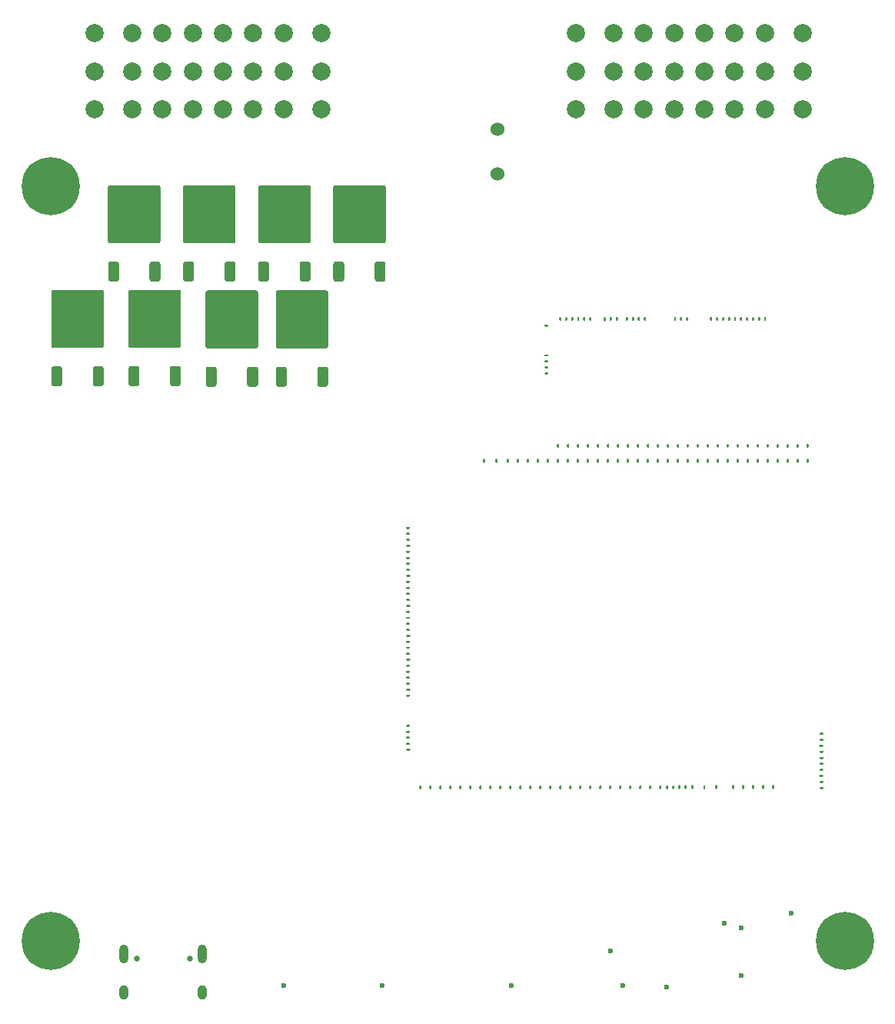
<source format=gbs>
G04 #@! TF.GenerationSoftware,KiCad,Pcbnew,9.0.4*
G04 #@! TF.CreationDate,2025-12-07T20:06:33+10:00*
G04 #@! TF.ProjectId,trove8,74726f76-6538-42e6-9b69-6361645f7063,rev?*
G04 #@! TF.SameCoordinates,Original*
G04 #@! TF.FileFunction,Soldermask,Bot*
G04 #@! TF.FilePolarity,Negative*
%FSLAX46Y46*%
G04 Gerber Fmt 4.6, Leading zero omitted, Abs format (unit mm)*
G04 Created by KiCad (PCBNEW 9.0.4) date 2025-12-07 20:06:33*
%MOMM*%
%LPD*%
G01*
G04 APERTURE LIST*
%ADD10C,0.800000*%
%ADD11C,6.400000*%
%ADD12C,0.599999*%
%ADD13C,2.000000*%
%ADD14C,0.650000*%
%ADD15O,1.000000X2.100000*%
%ADD16O,1.000000X1.600000*%
%ADD17C,1.524000*%
G04 APERTURE END LIST*
D10*
G04 #@! TO.C,H4*
X159393329Y-136124743D03*
X160096273Y-134427687D03*
X160096273Y-137821799D03*
X161793329Y-133724743D03*
D11*
X161793329Y-136124743D03*
D10*
X161793329Y-138524743D03*
X163490385Y-134427687D03*
X163490385Y-137821799D03*
X164193329Y-136124743D03*
G04 #@! TD*
G04 #@! TO.C,M1*
G36*
G01*
X113548005Y-114977907D02*
X113798005Y-114977907D01*
G75*
G02*
X113923005Y-115102907I0J-125000D01*
G01*
X113923005Y-115102907D01*
G75*
G02*
X113798005Y-115227907I-125000J0D01*
G01*
X113548005Y-115227907D01*
G75*
G02*
X113423005Y-115102907I0J125000D01*
G01*
X113423005Y-115102907D01*
G75*
G02*
X113548005Y-114977907I125000J0D01*
G01*
G37*
G36*
G01*
X113798005Y-114567909D02*
X113548005Y-114567909D01*
G75*
G02*
X113423005Y-114442909I0J125000D01*
G01*
X113423005Y-114442909D01*
G75*
G02*
X113548005Y-114317909I125000J0D01*
G01*
X113798005Y-114317909D01*
G75*
G02*
X113923005Y-114442909I0J-125000D01*
G01*
X113923005Y-114442909D01*
G75*
G02*
X113798005Y-114567909I-125000J0D01*
G01*
G37*
G36*
G01*
X113798005Y-113907904D02*
X113548005Y-113907904D01*
G75*
G02*
X113423005Y-113782904I0J125000D01*
G01*
X113423005Y-113782904D01*
G75*
G02*
X113548005Y-113657904I125000J0D01*
G01*
X113798005Y-113657904D01*
G75*
G02*
X113923005Y-113782904I0J-125000D01*
G01*
X113923005Y-113782904D01*
G75*
G02*
X113798005Y-113907904I-125000J0D01*
G01*
G37*
G36*
G01*
X113798005Y-113247909D02*
X113548005Y-113247909D01*
G75*
G02*
X113423005Y-113122909I0J125000D01*
G01*
X113423005Y-113122909D01*
G75*
G02*
X113548005Y-112997909I125000J0D01*
G01*
X113798005Y-112997909D01*
G75*
G02*
X113923005Y-113122909I0J-125000D01*
G01*
X113923005Y-113122909D01*
G75*
G02*
X113798005Y-113247909I-125000J0D01*
G01*
G37*
G36*
G01*
X113798005Y-112587907D02*
X113548005Y-112587907D01*
G75*
G02*
X113423005Y-112462907I0J125000D01*
G01*
X113423005Y-112462907D01*
G75*
G02*
X113548005Y-112337907I125000J0D01*
G01*
X113798005Y-112337907D01*
G75*
G02*
X113923005Y-112462907I0J-125000D01*
G01*
X113923005Y-112462907D01*
G75*
G02*
X113798005Y-112587907I-125000J0D01*
G01*
G37*
G36*
G01*
X113798005Y-109287906D02*
X113548005Y-109287906D01*
G75*
G02*
X113423005Y-109162906I0J125000D01*
G01*
X113423005Y-109162906D01*
G75*
G02*
X113548005Y-109037906I125000J0D01*
G01*
X113798005Y-109037906D01*
G75*
G02*
X113923005Y-109162906I0J-125000D01*
G01*
X113923005Y-109162906D01*
G75*
G02*
X113798005Y-109287906I-125000J0D01*
G01*
G37*
G36*
G01*
X113798005Y-108627905D02*
X113548005Y-108627905D01*
G75*
G02*
X113423005Y-108502905I0J125000D01*
G01*
X113423005Y-108502905D01*
G75*
G02*
X113548005Y-108377905I125000J0D01*
G01*
X113798005Y-108377905D01*
G75*
G02*
X113923005Y-108502905I0J-125000D01*
G01*
X113923005Y-108502905D01*
G75*
G02*
X113798005Y-108627905I-125000J0D01*
G01*
G37*
G36*
G01*
X113798005Y-107967903D02*
X113548005Y-107967903D01*
G75*
G02*
X113423005Y-107842903I0J125000D01*
G01*
X113423005Y-107842903D01*
G75*
G02*
X113548005Y-107717903I125000J0D01*
G01*
X113798005Y-107717903D01*
G75*
G02*
X113923005Y-107842903I0J-125000D01*
G01*
X113923005Y-107842903D01*
G75*
G02*
X113798005Y-107967903I-125000J0D01*
G01*
G37*
G36*
G01*
X113798005Y-107307905D02*
X113548005Y-107307905D01*
G75*
G02*
X113423005Y-107182905I0J125000D01*
G01*
X113423005Y-107182905D01*
G75*
G02*
X113548005Y-107057905I125000J0D01*
G01*
X113798005Y-107057905D01*
G75*
G02*
X113923005Y-107182905I0J-125000D01*
G01*
X113923005Y-107182905D01*
G75*
G02*
X113798005Y-107307905I-125000J0D01*
G01*
G37*
G36*
G01*
X113798005Y-106647903D02*
X113548005Y-106647903D01*
G75*
G02*
X113423005Y-106522903I0J125000D01*
G01*
X113423005Y-106522903D01*
G75*
G02*
X113548005Y-106397903I125000J0D01*
G01*
X113798005Y-106397903D01*
G75*
G02*
X113923005Y-106522903I0J-125000D01*
G01*
X113923005Y-106522903D01*
G75*
G02*
X113798005Y-106647903I-125000J0D01*
G01*
G37*
G36*
G01*
X113798005Y-105987905D02*
X113548005Y-105987905D01*
G75*
G02*
X113423005Y-105862905I0J125000D01*
G01*
X113423005Y-105862905D01*
G75*
G02*
X113548005Y-105737905I125000J0D01*
G01*
X113798005Y-105737905D01*
G75*
G02*
X113923005Y-105862905I0J-125000D01*
G01*
X113923005Y-105862905D01*
G75*
G02*
X113798005Y-105987905I-125000J0D01*
G01*
G37*
G36*
G01*
X113798005Y-105327904D02*
X113548005Y-105327904D01*
G75*
G02*
X113423005Y-105202904I0J125000D01*
G01*
X113423005Y-105202904D01*
G75*
G02*
X113548005Y-105077904I125000J0D01*
G01*
X113798005Y-105077904D01*
G75*
G02*
X113923005Y-105202904I0J-125000D01*
G01*
X113923005Y-105202904D01*
G75*
G02*
X113798005Y-105327904I-125000J0D01*
G01*
G37*
G36*
G01*
X113798005Y-104667905D02*
X113548005Y-104667905D01*
G75*
G02*
X113423005Y-104542905I0J125000D01*
G01*
X113423005Y-104542905D01*
G75*
G02*
X113548005Y-104417905I125000J0D01*
G01*
X113798005Y-104417905D01*
G75*
G02*
X113923005Y-104542905I0J-125000D01*
G01*
X113923005Y-104542905D01*
G75*
G02*
X113798005Y-104667905I-125000J0D01*
G01*
G37*
G36*
G01*
X113798005Y-104007904D02*
X113548005Y-104007904D01*
G75*
G02*
X113423005Y-103882904I0J125000D01*
G01*
X113423005Y-103882904D01*
G75*
G02*
X113548005Y-103757904I125000J0D01*
G01*
X113798005Y-103757904D01*
G75*
G02*
X113923005Y-103882904I0J-125000D01*
G01*
X113923005Y-103882904D01*
G75*
G02*
X113798005Y-104007904I-125000J0D01*
G01*
G37*
G36*
G01*
X113798005Y-103347905D02*
X113548005Y-103347905D01*
G75*
G02*
X113423005Y-103222905I0J125000D01*
G01*
X113423005Y-103222905D01*
G75*
G02*
X113548005Y-103097905I125000J0D01*
G01*
X113798005Y-103097905D01*
G75*
G02*
X113923005Y-103222905I0J-125000D01*
G01*
X113923005Y-103222905D01*
G75*
G02*
X113798005Y-103347905I-125000J0D01*
G01*
G37*
G36*
G01*
X113798005Y-102687904D02*
X113548005Y-102687904D01*
G75*
G02*
X113423005Y-102562904I0J125000D01*
G01*
X113423005Y-102562904D01*
G75*
G02*
X113548005Y-102437904I125000J0D01*
G01*
X113798005Y-102437904D01*
G75*
G02*
X113923005Y-102562904I0J-125000D01*
G01*
X113923005Y-102562904D01*
G75*
G02*
X113798005Y-102687904I-125000J0D01*
G01*
G37*
G36*
G01*
X113798005Y-102027905D02*
X113548005Y-102027905D01*
G75*
G02*
X113423005Y-101902905I0J125000D01*
G01*
X113423005Y-101902905D01*
G75*
G02*
X113548005Y-101777905I125000J0D01*
G01*
X113798005Y-101777905D01*
G75*
G02*
X113923005Y-101902905I0J-125000D01*
G01*
X113923005Y-101902905D01*
G75*
G02*
X113798005Y-102027905I-125000J0D01*
G01*
G37*
G36*
G01*
X113798005Y-101367904D02*
X113548005Y-101367904D01*
G75*
G02*
X113423005Y-101242904I0J125000D01*
G01*
X113423005Y-101242904D01*
G75*
G02*
X113548005Y-101117904I125000J0D01*
G01*
X113798005Y-101117904D01*
G75*
G02*
X113923005Y-101242904I0J-125000D01*
G01*
X113923005Y-101242904D01*
G75*
G02*
X113798005Y-101367904I-125000J0D01*
G01*
G37*
G36*
G01*
X113798005Y-100707905D02*
X113548005Y-100707905D01*
G75*
G02*
X113423005Y-100582905I0J125000D01*
G01*
X113423005Y-100582905D01*
G75*
G02*
X113548005Y-100457905I125000J0D01*
G01*
X113798005Y-100457905D01*
G75*
G02*
X113923005Y-100582905I0J-125000D01*
G01*
X113923005Y-100582905D01*
G75*
G02*
X113798005Y-100707905I-125000J0D01*
G01*
G37*
G36*
G01*
X113798005Y-100047904D02*
X113548005Y-100047904D01*
G75*
G02*
X113423005Y-99922904I0J125000D01*
G01*
X113423005Y-99922904D01*
G75*
G02*
X113548005Y-99797904I125000J0D01*
G01*
X113798005Y-99797904D01*
G75*
G02*
X113923005Y-99922904I0J-125000D01*
G01*
X113923005Y-99922904D01*
G75*
G02*
X113798005Y-100047904I-125000J0D01*
G01*
G37*
G36*
G01*
X113798005Y-99387905D02*
X113548005Y-99387905D01*
G75*
G02*
X113423005Y-99262905I0J125000D01*
G01*
X113423005Y-99262905D01*
G75*
G02*
X113548005Y-99137905I125000J0D01*
G01*
X113798005Y-99137905D01*
G75*
G02*
X113923005Y-99262905I0J-125000D01*
G01*
X113923005Y-99262905D01*
G75*
G02*
X113798005Y-99387905I-125000J0D01*
G01*
G37*
G36*
G01*
X113798005Y-98727904D02*
X113548005Y-98727904D01*
G75*
G02*
X113423005Y-98602904I0J125000D01*
G01*
X113423005Y-98602904D01*
G75*
G02*
X113548005Y-98477904I125000J0D01*
G01*
X113798005Y-98477904D01*
G75*
G02*
X113923005Y-98602904I0J-125000D01*
G01*
X113923005Y-98602904D01*
G75*
G02*
X113798005Y-98727904I-125000J0D01*
G01*
G37*
G36*
G01*
X113798005Y-98067905D02*
X113548005Y-98067905D01*
G75*
G02*
X113423005Y-97942905I0J125000D01*
G01*
X113423005Y-97942905D01*
G75*
G02*
X113548005Y-97817905I125000J0D01*
G01*
X113798005Y-97817905D01*
G75*
G02*
X113923005Y-97942905I0J-125000D01*
G01*
X113923005Y-97942905D01*
G75*
G02*
X113798005Y-98067905I-125000J0D01*
G01*
G37*
G36*
G01*
X113798005Y-97407904D02*
X113548005Y-97407904D01*
G75*
G02*
X113423005Y-97282904I0J125000D01*
G01*
X113423005Y-97282904D01*
G75*
G02*
X113548005Y-97157904I125000J0D01*
G01*
X113798005Y-97157904D01*
G75*
G02*
X113923005Y-97282904I0J-125000D01*
G01*
X113923005Y-97282904D01*
G75*
G02*
X113798005Y-97407904I-125000J0D01*
G01*
G37*
G36*
G01*
X113798005Y-96747905D02*
X113548005Y-96747905D01*
G75*
G02*
X113423005Y-96622905I0J125000D01*
G01*
X113423005Y-96622905D01*
G75*
G02*
X113548005Y-96497905I125000J0D01*
G01*
X113798005Y-96497905D01*
G75*
G02*
X113923005Y-96622905I0J-125000D01*
G01*
X113923005Y-96622905D01*
G75*
G02*
X113798005Y-96747905I-125000J0D01*
G01*
G37*
G36*
G01*
X113798005Y-96087904D02*
X113548005Y-96087904D01*
G75*
G02*
X113423005Y-95962904I0J125000D01*
G01*
X113423005Y-95962904D01*
G75*
G02*
X113548005Y-95837904I125000J0D01*
G01*
X113798005Y-95837904D01*
G75*
G02*
X113923005Y-95962904I0J-125000D01*
G01*
X113923005Y-95962904D01*
G75*
G02*
X113798005Y-96087904I-125000J0D01*
G01*
G37*
G36*
G01*
X113798005Y-95427906D02*
X113548005Y-95427906D01*
G75*
G02*
X113423005Y-95302906I0J125000D01*
G01*
X113423005Y-95302906D01*
G75*
G02*
X113548005Y-95177906I125000J0D01*
G01*
X113798005Y-95177906D01*
G75*
G02*
X113923005Y-95302906I0J-125000D01*
G01*
X113923005Y-95302906D01*
G75*
G02*
X113798005Y-95427906I-125000J0D01*
G01*
G37*
G36*
G01*
X113798005Y-94767904D02*
X113548005Y-94767904D01*
G75*
G02*
X113423005Y-94642904I0J125000D01*
G01*
X113423005Y-94642904D01*
G75*
G02*
X113548005Y-94517904I125000J0D01*
G01*
X113798005Y-94517904D01*
G75*
G02*
X113923005Y-94642904I0J-125000D01*
G01*
X113923005Y-94642904D01*
G75*
G02*
X113798005Y-94767904I-125000J0D01*
G01*
G37*
G36*
G01*
X113798005Y-94107906D02*
X113548005Y-94107906D01*
G75*
G02*
X113423005Y-93982906I0J125000D01*
G01*
X113423005Y-93982906D01*
G75*
G02*
X113548005Y-93857906I125000J0D01*
G01*
X113798005Y-93857906D01*
G75*
G02*
X113923005Y-93982906I0J-125000D01*
G01*
X113923005Y-93982906D01*
G75*
G02*
X113798005Y-94107906I-125000J0D01*
G01*
G37*
G36*
G01*
X113798005Y-93447904D02*
X113548005Y-93447904D01*
G75*
G02*
X113423005Y-93322904I0J125000D01*
G01*
X113423005Y-93322904D01*
G75*
G02*
X113548005Y-93197904I125000J0D01*
G01*
X113798005Y-93197904D01*
G75*
G02*
X113923005Y-93322904I0J-125000D01*
G01*
X113923005Y-93322904D01*
G75*
G02*
X113798005Y-93447904I-125000J0D01*
G01*
G37*
G36*
G01*
X113798005Y-92787906D02*
X113548005Y-92787906D01*
G75*
G02*
X113423005Y-92662906I0J125000D01*
G01*
X113423005Y-92662906D01*
G75*
G02*
X113548005Y-92537906I125000J0D01*
G01*
X113798005Y-92537906D01*
G75*
G02*
X113923005Y-92662906I0J-125000D01*
G01*
X113923005Y-92662906D01*
G75*
G02*
X113798005Y-92787906I-125000J0D01*
G01*
G37*
G36*
G01*
X113798005Y-92127905D02*
X113548005Y-92127905D01*
G75*
G02*
X113423005Y-92002905I0J125000D01*
G01*
X113423005Y-92002905D01*
G75*
G02*
X113548005Y-91877905I125000J0D01*
G01*
X113798005Y-91877905D01*
G75*
G02*
X113923005Y-92002905I0J-125000D01*
G01*
X113923005Y-92002905D01*
G75*
G02*
X113798005Y-92127905I-125000J0D01*
G01*
G37*
G36*
G01*
X113798005Y-91467906D02*
X113548005Y-91467906D01*
G75*
G02*
X113423005Y-91342906I0J125000D01*
G01*
X113423005Y-91342906D01*
G75*
G02*
X113548005Y-91217906I125000J0D01*
G01*
X113798005Y-91217906D01*
G75*
G02*
X113923005Y-91342906I0J-125000D01*
G01*
X113923005Y-91342906D01*
G75*
G02*
X113798005Y-91467906I-125000J0D01*
G01*
G37*
G36*
G01*
X113798005Y-90807905D02*
X113548005Y-90807905D01*
G75*
G02*
X113423005Y-90682905I0J125000D01*
G01*
X113423005Y-90682905D01*
G75*
G02*
X113548005Y-90557905I125000J0D01*
G01*
X113798005Y-90557905D01*
G75*
G02*
X113923005Y-90682905I0J-125000D01*
G01*
X113923005Y-90682905D01*
G75*
G02*
X113798005Y-90807905I-125000J0D01*
G01*
G37*
G36*
G01*
X147495003Y-119354909D02*
X147495003Y-119104909D01*
G75*
G02*
X147620003Y-118979909I125000J0D01*
G01*
X147620003Y-118979909D01*
G75*
G02*
X147745003Y-119104909I0J-125000D01*
G01*
X147745003Y-119354909D01*
G75*
G02*
X147620003Y-119479909I-125000J0D01*
G01*
X147620003Y-119479909D01*
G75*
G02*
X147495003Y-119354909I0J125000D01*
G01*
G37*
G36*
G01*
X146425001Y-119104909D02*
X146425001Y-119354909D01*
G75*
G02*
X146300001Y-119479909I-125000J0D01*
G01*
X146300001Y-119479909D01*
G75*
G02*
X146175001Y-119354909I0J125000D01*
G01*
X146175001Y-119104909D01*
G75*
G02*
X146300001Y-118979909I125000J0D01*
G01*
X146300001Y-118979909D01*
G75*
G02*
X146425001Y-119104909I0J-125000D01*
G01*
G37*
G36*
G01*
X145104998Y-119104909D02*
X145104998Y-119354909D01*
G75*
G02*
X144979998Y-119479909I-125000J0D01*
G01*
X144979998Y-119479909D01*
G75*
G02*
X144854998Y-119354909I0J125000D01*
G01*
X144854998Y-119104909D01*
G75*
G02*
X144979998Y-118979909I125000J0D01*
G01*
X144979998Y-118979909D01*
G75*
G02*
X145104998Y-119104909I0J-125000D01*
G01*
G37*
G36*
G01*
X144345000Y-119104909D02*
X144345000Y-119354909D01*
G75*
G02*
X144220000Y-119479909I-125000J0D01*
G01*
X144220000Y-119479909D01*
G75*
G02*
X144095000Y-119354909I0J125000D01*
G01*
X144095000Y-119104909D01*
G75*
G02*
X144220000Y-118979909I125000J0D01*
G01*
X144220000Y-118979909D01*
G75*
G02*
X144345000Y-119104909I0J-125000D01*
G01*
G37*
G36*
G01*
X143679997Y-119104909D02*
X143679997Y-119354909D01*
G75*
G02*
X143554997Y-119479909I-125000J0D01*
G01*
X143554997Y-119479909D01*
G75*
G02*
X143429997Y-119354909I0J125000D01*
G01*
X143429997Y-119104909D01*
G75*
G02*
X143554997Y-118979909I125000J0D01*
G01*
X143554997Y-118979909D01*
G75*
G02*
X143679997Y-119104909I0J-125000D01*
G01*
G37*
G36*
G01*
X143014995Y-119104909D02*
X143014995Y-119354909D01*
G75*
G02*
X142889995Y-119479909I-125000J0D01*
G01*
X142889995Y-119479909D01*
G75*
G02*
X142764995Y-119354909I0J125000D01*
G01*
X142764995Y-119104909D01*
G75*
G02*
X142889995Y-118979909I125000J0D01*
G01*
X142889995Y-118979909D01*
G75*
G02*
X143014995Y-119104909I0J-125000D01*
G01*
G37*
G36*
G01*
X142350005Y-119104909D02*
X142350005Y-119354909D01*
G75*
G02*
X142225005Y-119479909I-125000J0D01*
G01*
X142225005Y-119479909D01*
G75*
G02*
X142100005Y-119354909I0J125000D01*
G01*
X142100005Y-119104909D01*
G75*
G02*
X142225005Y-118979909I125000J0D01*
G01*
X142225005Y-118979909D01*
G75*
G02*
X142350005Y-119104909I0J-125000D01*
G01*
G37*
G36*
G01*
X141575005Y-119104909D02*
X141575005Y-119354909D01*
G75*
G02*
X141450005Y-119479909I-125000J0D01*
G01*
X141450005Y-119479909D01*
G75*
G02*
X141325005Y-119354909I0J125000D01*
G01*
X141325005Y-119104909D01*
G75*
G02*
X141450005Y-118979909I125000J0D01*
G01*
X141450005Y-118979909D01*
G75*
G02*
X141575005Y-119104909I0J-125000D01*
G01*
G37*
G36*
G01*
X140475007Y-119104909D02*
X140475007Y-119354909D01*
G75*
G02*
X140350007Y-119479909I-125000J0D01*
G01*
X140350007Y-119479909D01*
G75*
G02*
X140225007Y-119354909I0J125000D01*
G01*
X140225007Y-119104909D01*
G75*
G02*
X140350007Y-118979909I125000J0D01*
G01*
X140350007Y-118979909D01*
G75*
G02*
X140475007Y-119104909I0J-125000D01*
G01*
G37*
G36*
G01*
X139375010Y-119104909D02*
X139375010Y-119354909D01*
G75*
G02*
X139250010Y-119479909I-125000J0D01*
G01*
X139250010Y-119479909D01*
G75*
G02*
X139125010Y-119354909I0J125000D01*
G01*
X139125010Y-119104909D01*
G75*
G02*
X139250010Y-118979909I125000J0D01*
G01*
X139250010Y-118979909D01*
G75*
G02*
X139375010Y-119104909I0J-125000D01*
G01*
G37*
G36*
G01*
X138275012Y-119104909D02*
X138275012Y-119354909D01*
G75*
G02*
X138150012Y-119479909I-125000J0D01*
G01*
X138150012Y-119479909D01*
G75*
G02*
X138025012Y-119354909I0J125000D01*
G01*
X138025012Y-119104909D01*
G75*
G02*
X138150012Y-118979909I125000J0D01*
G01*
X138150012Y-118979909D01*
G75*
G02*
X138275012Y-119104909I0J-125000D01*
G01*
G37*
G36*
G01*
X137175014Y-119104909D02*
X137175014Y-119354909D01*
G75*
G02*
X137050014Y-119479909I-125000J0D01*
G01*
X137050014Y-119479909D01*
G75*
G02*
X136925014Y-119354909I0J125000D01*
G01*
X136925014Y-119104909D01*
G75*
G02*
X137050014Y-118979909I125000J0D01*
G01*
X137050014Y-118979909D01*
G75*
G02*
X137175014Y-119104909I0J-125000D01*
G01*
G37*
G36*
G01*
X136075016Y-119104909D02*
X136075016Y-119354909D01*
G75*
G02*
X135950016Y-119479909I-125000J0D01*
G01*
X135950016Y-119479909D01*
G75*
G02*
X135825016Y-119354909I0J125000D01*
G01*
X135825016Y-119104909D01*
G75*
G02*
X135950016Y-118979909I125000J0D01*
G01*
X135950016Y-118979909D01*
G75*
G02*
X136075016Y-119104909I0J-125000D01*
G01*
G37*
G36*
G01*
X134975018Y-119104909D02*
X134975018Y-119354909D01*
G75*
G02*
X134850018Y-119479909I-125000J0D01*
G01*
X134850018Y-119479909D01*
G75*
G02*
X134725018Y-119354909I0J125000D01*
G01*
X134725018Y-119104909D01*
G75*
G02*
X134850018Y-118979909I125000J0D01*
G01*
X134850018Y-118979909D01*
G75*
G02*
X134975018Y-119104909I0J-125000D01*
G01*
G37*
G36*
G01*
X133875021Y-119104909D02*
X133875021Y-119354909D01*
G75*
G02*
X133750021Y-119479909I-125000J0D01*
G01*
X133750021Y-119479909D01*
G75*
G02*
X133625021Y-119354909I0J125000D01*
G01*
X133625021Y-119104909D01*
G75*
G02*
X133750021Y-118979909I125000J0D01*
G01*
X133750021Y-118979909D01*
G75*
G02*
X133875021Y-119104909I0J-125000D01*
G01*
G37*
G36*
G01*
X132775023Y-119104909D02*
X132775023Y-119354909D01*
G75*
G02*
X132650023Y-119479909I-125000J0D01*
G01*
X132650023Y-119479909D01*
G75*
G02*
X132525023Y-119354909I0J125000D01*
G01*
X132525023Y-119104909D01*
G75*
G02*
X132650023Y-118979909I125000J0D01*
G01*
X132650023Y-118979909D01*
G75*
G02*
X132775023Y-119104909I0J-125000D01*
G01*
G37*
G36*
G01*
X131675025Y-119104909D02*
X131675025Y-119354909D01*
G75*
G02*
X131550025Y-119479909I-125000J0D01*
G01*
X131550025Y-119479909D01*
G75*
G02*
X131425025Y-119354909I0J125000D01*
G01*
X131425025Y-119104909D01*
G75*
G02*
X131550025Y-118979909I125000J0D01*
G01*
X131550025Y-118979909D01*
G75*
G02*
X131675025Y-119104909I0J-125000D01*
G01*
G37*
G36*
G01*
X130575027Y-119104909D02*
X130575027Y-119354909D01*
G75*
G02*
X130450027Y-119479909I-125000J0D01*
G01*
X130450027Y-119479909D01*
G75*
G02*
X130325027Y-119354909I0J125000D01*
G01*
X130325027Y-119104909D01*
G75*
G02*
X130450027Y-118979909I125000J0D01*
G01*
X130450027Y-118979909D01*
G75*
G02*
X130575027Y-119104909I0J-125000D01*
G01*
G37*
G36*
G01*
X129475029Y-119104909D02*
X129475029Y-119354909D01*
G75*
G02*
X129350029Y-119479909I-125000J0D01*
G01*
X129350029Y-119479909D01*
G75*
G02*
X129225029Y-119354909I0J125000D01*
G01*
X129225029Y-119104909D01*
G75*
G02*
X129350029Y-118979909I125000J0D01*
G01*
X129350029Y-118979909D01*
G75*
G02*
X129475029Y-119104909I0J-125000D01*
G01*
G37*
G36*
G01*
X128375032Y-119104909D02*
X128375032Y-119354909D01*
G75*
G02*
X128250032Y-119479909I-125000J0D01*
G01*
X128250032Y-119479909D01*
G75*
G02*
X128125032Y-119354909I0J125000D01*
G01*
X128125032Y-119104909D01*
G75*
G02*
X128250032Y-118979909I125000J0D01*
G01*
X128250032Y-118979909D01*
G75*
G02*
X128375032Y-119104909I0J-125000D01*
G01*
G37*
G36*
G01*
X127275034Y-119104909D02*
X127275034Y-119354909D01*
G75*
G02*
X127150034Y-119479909I-125000J0D01*
G01*
X127150034Y-119479909D01*
G75*
G02*
X127025034Y-119354909I0J125000D01*
G01*
X127025034Y-119104909D01*
G75*
G02*
X127150034Y-118979909I125000J0D01*
G01*
X127150034Y-118979909D01*
G75*
G02*
X127275034Y-119104909I0J-125000D01*
G01*
G37*
G36*
G01*
X126175036Y-119104909D02*
X126175036Y-119354909D01*
G75*
G02*
X126050036Y-119479909I-125000J0D01*
G01*
X126050036Y-119479909D01*
G75*
G02*
X125925036Y-119354909I0J125000D01*
G01*
X125925036Y-119104909D01*
G75*
G02*
X126050036Y-118979909I125000J0D01*
G01*
X126050036Y-118979909D01*
G75*
G02*
X126175036Y-119104909I0J-125000D01*
G01*
G37*
G36*
G01*
X125075038Y-119104909D02*
X125075038Y-119354909D01*
G75*
G02*
X124950038Y-119479909I-125000J0D01*
G01*
X124950038Y-119479909D01*
G75*
G02*
X124825038Y-119354909I0J125000D01*
G01*
X124825038Y-119104909D01*
G75*
G02*
X124950038Y-118979909I125000J0D01*
G01*
X124950038Y-118979909D01*
G75*
G02*
X125075038Y-119104909I0J-125000D01*
G01*
G37*
G36*
G01*
X123975040Y-119104909D02*
X123975040Y-119354909D01*
G75*
G02*
X123850040Y-119479909I-125000J0D01*
G01*
X123850040Y-119479909D01*
G75*
G02*
X123725040Y-119354909I0J125000D01*
G01*
X123725040Y-119104909D01*
G75*
G02*
X123850040Y-118979909I125000J0D01*
G01*
X123850040Y-118979909D01*
G75*
G02*
X123975040Y-119104909I0J-125000D01*
G01*
G37*
G36*
G01*
X122875043Y-119104909D02*
X122875043Y-119354909D01*
G75*
G02*
X122750043Y-119479909I-125000J0D01*
G01*
X122750043Y-119479909D01*
G75*
G02*
X122625043Y-119354909I0J125000D01*
G01*
X122625043Y-119104909D01*
G75*
G02*
X122750043Y-118979909I125000J0D01*
G01*
X122750043Y-118979909D01*
G75*
G02*
X122875043Y-119104909I0J-125000D01*
G01*
G37*
G36*
G01*
X121775045Y-119104909D02*
X121775045Y-119354909D01*
G75*
G02*
X121650045Y-119479909I-125000J0D01*
G01*
X121650045Y-119479909D01*
G75*
G02*
X121525045Y-119354909I0J125000D01*
G01*
X121525045Y-119104909D01*
G75*
G02*
X121650045Y-118979909I125000J0D01*
G01*
X121650045Y-118979909D01*
G75*
G02*
X121775045Y-119104909I0J-125000D01*
G01*
G37*
G36*
G01*
X120675047Y-119104909D02*
X120675047Y-119354909D01*
G75*
G02*
X120550047Y-119479909I-125000J0D01*
G01*
X120550047Y-119479909D01*
G75*
G02*
X120425047Y-119354909I0J125000D01*
G01*
X120425047Y-119104909D01*
G75*
G02*
X120550047Y-118979909I125000J0D01*
G01*
X120550047Y-118979909D01*
G75*
G02*
X120675047Y-119104909I0J-125000D01*
G01*
G37*
G36*
G01*
X119575049Y-119104909D02*
X119575049Y-119354909D01*
G75*
G02*
X119450049Y-119479909I-125000J0D01*
G01*
X119450049Y-119479909D01*
G75*
G02*
X119325049Y-119354909I0J125000D01*
G01*
X119325049Y-119104909D01*
G75*
G02*
X119450049Y-118979909I125000J0D01*
G01*
X119450049Y-118979909D01*
G75*
G02*
X119575049Y-119104909I0J-125000D01*
G01*
G37*
G36*
G01*
X118475051Y-119104909D02*
X118475051Y-119354909D01*
G75*
G02*
X118350051Y-119479909I-125000J0D01*
G01*
X118350051Y-119479909D01*
G75*
G02*
X118225051Y-119354909I0J125000D01*
G01*
X118225051Y-119104909D01*
G75*
G02*
X118350051Y-118979909I125000J0D01*
G01*
X118350051Y-118979909D01*
G75*
G02*
X118475051Y-119104909I0J-125000D01*
G01*
G37*
G36*
G01*
X117375054Y-119104909D02*
X117375054Y-119354909D01*
G75*
G02*
X117250054Y-119479909I-125000J0D01*
G01*
X117250054Y-119479909D01*
G75*
G02*
X117125054Y-119354909I0J125000D01*
G01*
X117125054Y-119104909D01*
G75*
G02*
X117250054Y-118979909I125000J0D01*
G01*
X117250054Y-118979909D01*
G75*
G02*
X117375054Y-119104909I0J-125000D01*
G01*
G37*
G36*
G01*
X116275056Y-119104909D02*
X116275056Y-119354909D01*
G75*
G02*
X116150056Y-119479909I-125000J0D01*
G01*
X116150056Y-119479909D01*
G75*
G02*
X116025056Y-119354909I0J125000D01*
G01*
X116025056Y-119104909D01*
G75*
G02*
X116150056Y-118979909I125000J0D01*
G01*
X116150056Y-118979909D01*
G75*
G02*
X116275056Y-119104909I0J-125000D01*
G01*
G37*
G36*
G01*
X115175058Y-119104909D02*
X115175058Y-119354909D01*
G75*
G02*
X115050058Y-119479909I-125000J0D01*
G01*
X115050058Y-119479909D01*
G75*
G02*
X114925058Y-119354909I0J125000D01*
G01*
X114925058Y-119104909D01*
G75*
G02*
X115050058Y-118979909I125000J0D01*
G01*
X115050058Y-118979909D01*
G75*
G02*
X115175058Y-119104909I0J-125000D01*
G01*
G37*
G36*
G01*
X154004990Y-119104909D02*
X154004990Y-119354909D01*
G75*
G02*
X153879990Y-119479909I-125000J0D01*
G01*
X153879990Y-119479909D01*
G75*
G02*
X153754990Y-119354909I0J125000D01*
G01*
X153754990Y-119104909D01*
G75*
G02*
X153879990Y-118979909I125000J0D01*
G01*
X153879990Y-118979909D01*
G75*
G02*
X154004990Y-119104909I0J-125000D01*
G01*
G37*
G36*
G01*
X152904993Y-119104909D02*
X152904993Y-119354909D01*
G75*
G02*
X152779993Y-119479909I-125000J0D01*
G01*
X152779993Y-119479909D01*
G75*
G02*
X152654993Y-119354909I0J125000D01*
G01*
X152654993Y-119104909D01*
G75*
G02*
X152779993Y-118979909I125000J0D01*
G01*
X152779993Y-118979909D01*
G75*
G02*
X152904993Y-119104909I0J-125000D01*
G01*
G37*
G36*
G01*
X151804995Y-119104909D02*
X151804995Y-119354909D01*
G75*
G02*
X151679995Y-119479909I-125000J0D01*
G01*
X151679995Y-119479909D01*
G75*
G02*
X151554995Y-119354909I0J125000D01*
G01*
X151554995Y-119104909D01*
G75*
G02*
X151679995Y-118979909I125000J0D01*
G01*
X151679995Y-118979909D01*
G75*
G02*
X151804995Y-119104909I0J-125000D01*
G01*
G37*
G36*
G01*
X150704997Y-119104909D02*
X150704997Y-119354909D01*
G75*
G02*
X150579997Y-119479909I-125000J0D01*
G01*
X150579997Y-119479909D01*
G75*
G02*
X150454997Y-119354909I0J125000D01*
G01*
X150454997Y-119104909D01*
G75*
G02*
X150579997Y-118979909I125000J0D01*
G01*
X150579997Y-118979909D01*
G75*
G02*
X150704997Y-119104909I0J-125000D01*
G01*
G37*
G36*
G01*
X149604999Y-119104909D02*
X149604999Y-119354909D01*
G75*
G02*
X149479999Y-119479909I-125000J0D01*
G01*
X149479999Y-119479909D01*
G75*
G02*
X149354999Y-119354909I0J125000D01*
G01*
X149354999Y-119104909D01*
G75*
G02*
X149479999Y-118979909I125000J0D01*
G01*
X149479999Y-118979909D01*
G75*
G02*
X149604999Y-119104909I0J-125000D01*
G01*
G37*
G36*
G01*
X122175001Y-83175909D02*
X122175001Y-83425909D01*
G75*
G02*
X122050001Y-83550909I-125000J0D01*
G01*
X122050001Y-83550909D01*
G75*
G02*
X121925001Y-83425909I0J125000D01*
G01*
X121925001Y-83175909D01*
G75*
G02*
X122050001Y-83050909I125000J0D01*
G01*
X122050001Y-83050909D01*
G75*
G02*
X122175001Y-83175909I0J-125000D01*
G01*
G37*
G36*
G01*
X123245003Y-83425909D02*
X123245003Y-83175909D01*
G75*
G02*
X123370003Y-83050909I125000J0D01*
G01*
X123370003Y-83050909D01*
G75*
G02*
X123495003Y-83175909I0J-125000D01*
G01*
X123495003Y-83425909D01*
G75*
G02*
X123370003Y-83550909I-125000J0D01*
G01*
X123370003Y-83550909D01*
G75*
G02*
X123245003Y-83425909I0J125000D01*
G01*
G37*
G36*
G01*
X124565006Y-83425909D02*
X124565006Y-83175909D01*
G75*
G02*
X124690006Y-83050909I125000J0D01*
G01*
X124690006Y-83050909D01*
G75*
G02*
X124815006Y-83175909I0J-125000D01*
G01*
X124815006Y-83425909D01*
G75*
G02*
X124690006Y-83550909I-125000J0D01*
G01*
X124690006Y-83550909D01*
G75*
G02*
X124565006Y-83425909I0J125000D01*
G01*
G37*
G36*
G01*
X125665003Y-83425909D02*
X125665003Y-83175909D01*
G75*
G02*
X125790003Y-83050909I125000J0D01*
G01*
X125790003Y-83050909D01*
G75*
G02*
X125915003Y-83175909I0J-125000D01*
G01*
X125915003Y-83425909D01*
G75*
G02*
X125790003Y-83550909I-125000J0D01*
G01*
X125790003Y-83550909D01*
G75*
G02*
X125665003Y-83425909I0J125000D01*
G01*
G37*
G36*
G01*
X126765001Y-83425909D02*
X126765001Y-83175909D01*
G75*
G02*
X126890001Y-83050909I125000J0D01*
G01*
X126890001Y-83050909D01*
G75*
G02*
X127015001Y-83175909I0J-125000D01*
G01*
X127015001Y-83425909D01*
G75*
G02*
X126890001Y-83550909I-125000J0D01*
G01*
X126890001Y-83550909D01*
G75*
G02*
X126765001Y-83425909I0J125000D01*
G01*
G37*
G36*
G01*
X127864999Y-83425909D02*
X127864999Y-83175909D01*
G75*
G02*
X127989999Y-83050909I125000J0D01*
G01*
X127989999Y-83050909D01*
G75*
G02*
X128114999Y-83175909I0J-125000D01*
G01*
X128114999Y-83425909D01*
G75*
G02*
X127989999Y-83550909I-125000J0D01*
G01*
X127989999Y-83550909D01*
G75*
G02*
X127864999Y-83425909I0J125000D01*
G01*
G37*
G36*
G01*
X128964997Y-83425909D02*
X128964997Y-83175909D01*
G75*
G02*
X129089997Y-83050909I125000J0D01*
G01*
X129089997Y-83050909D01*
G75*
G02*
X129214997Y-83175909I0J-125000D01*
G01*
X129214997Y-83425909D01*
G75*
G02*
X129089997Y-83550909I-125000J0D01*
G01*
X129089997Y-83550909D01*
G75*
G02*
X128964997Y-83425909I0J125000D01*
G01*
G37*
G36*
G01*
X130064995Y-83425909D02*
X130064995Y-83175909D01*
G75*
G02*
X130189995Y-83050909I125000J0D01*
G01*
X130189995Y-83050909D01*
G75*
G02*
X130314995Y-83175909I0J-125000D01*
G01*
X130314995Y-83425909D01*
G75*
G02*
X130189995Y-83550909I-125000J0D01*
G01*
X130189995Y-83550909D01*
G75*
G02*
X130064995Y-83425909I0J125000D01*
G01*
G37*
G36*
G01*
X131164992Y-83425909D02*
X131164992Y-83175909D01*
G75*
G02*
X131289992Y-83050909I125000J0D01*
G01*
X131289992Y-83050909D01*
G75*
G02*
X131414992Y-83175909I0J-125000D01*
G01*
X131414992Y-83425909D01*
G75*
G02*
X131289992Y-83550909I-125000J0D01*
G01*
X131289992Y-83550909D01*
G75*
G02*
X131164992Y-83425909I0J125000D01*
G01*
G37*
G36*
G01*
X132264990Y-83425909D02*
X132264990Y-83175909D01*
G75*
G02*
X132389990Y-83050909I125000J0D01*
G01*
X132389990Y-83050909D01*
G75*
G02*
X132514990Y-83175909I0J-125000D01*
G01*
X132514990Y-83425909D01*
G75*
G02*
X132389990Y-83550909I-125000J0D01*
G01*
X132389990Y-83550909D01*
G75*
G02*
X132264990Y-83425909I0J125000D01*
G01*
G37*
G36*
G01*
X133364988Y-83425909D02*
X133364988Y-83175909D01*
G75*
G02*
X133489988Y-83050909I125000J0D01*
G01*
X133489988Y-83050909D01*
G75*
G02*
X133614988Y-83175909I0J-125000D01*
G01*
X133614988Y-83425909D01*
G75*
G02*
X133489988Y-83550909I-125000J0D01*
G01*
X133489988Y-83550909D01*
G75*
G02*
X133364988Y-83425909I0J125000D01*
G01*
G37*
G36*
G01*
X134464986Y-83425909D02*
X134464986Y-83175909D01*
G75*
G02*
X134589986Y-83050909I125000J0D01*
G01*
X134589986Y-83050909D01*
G75*
G02*
X134714986Y-83175909I0J-125000D01*
G01*
X134714986Y-83425909D01*
G75*
G02*
X134589986Y-83550909I-125000J0D01*
G01*
X134589986Y-83550909D01*
G75*
G02*
X134464986Y-83425909I0J125000D01*
G01*
G37*
G36*
G01*
X135564984Y-83425909D02*
X135564984Y-83175909D01*
G75*
G02*
X135689984Y-83050909I125000J0D01*
G01*
X135689984Y-83050909D01*
G75*
G02*
X135814984Y-83175909I0J-125000D01*
G01*
X135814984Y-83425909D01*
G75*
G02*
X135689984Y-83550909I-125000J0D01*
G01*
X135689984Y-83550909D01*
G75*
G02*
X135564984Y-83425909I0J125000D01*
G01*
G37*
G36*
G01*
X136664981Y-83425909D02*
X136664981Y-83175909D01*
G75*
G02*
X136789981Y-83050909I125000J0D01*
G01*
X136789981Y-83050909D01*
G75*
G02*
X136914981Y-83175909I0J-125000D01*
G01*
X136914981Y-83425909D01*
G75*
G02*
X136789981Y-83550909I-125000J0D01*
G01*
X136789981Y-83550909D01*
G75*
G02*
X136664981Y-83425909I0J125000D01*
G01*
G37*
G36*
G01*
X137764979Y-83425909D02*
X137764979Y-83175909D01*
G75*
G02*
X137889979Y-83050909I125000J0D01*
G01*
X137889979Y-83050909D01*
G75*
G02*
X138014979Y-83175909I0J-125000D01*
G01*
X138014979Y-83425909D01*
G75*
G02*
X137889979Y-83550909I-125000J0D01*
G01*
X137889979Y-83550909D01*
G75*
G02*
X137764979Y-83425909I0J125000D01*
G01*
G37*
G36*
G01*
X138864977Y-83425909D02*
X138864977Y-83175909D01*
G75*
G02*
X138989977Y-83050909I125000J0D01*
G01*
X138989977Y-83050909D01*
G75*
G02*
X139114977Y-83175909I0J-125000D01*
G01*
X139114977Y-83425909D01*
G75*
G02*
X138989977Y-83550909I-125000J0D01*
G01*
X138989977Y-83550909D01*
G75*
G02*
X138864977Y-83425909I0J125000D01*
G01*
G37*
G36*
G01*
X139964975Y-83425909D02*
X139964975Y-83175909D01*
G75*
G02*
X140089975Y-83050909I125000J0D01*
G01*
X140089975Y-83050909D01*
G75*
G02*
X140214975Y-83175909I0J-125000D01*
G01*
X140214975Y-83425909D01*
G75*
G02*
X140089975Y-83550909I-125000J0D01*
G01*
X140089975Y-83550909D01*
G75*
G02*
X139964975Y-83425909I0J125000D01*
G01*
G37*
G36*
G01*
X141064973Y-83425909D02*
X141064973Y-83175909D01*
G75*
G02*
X141189973Y-83050909I125000J0D01*
G01*
X141189973Y-83050909D01*
G75*
G02*
X141314973Y-83175909I0J-125000D01*
G01*
X141314973Y-83425909D01*
G75*
G02*
X141189973Y-83550909I-125000J0D01*
G01*
X141189973Y-83550909D01*
G75*
G02*
X141064973Y-83425909I0J125000D01*
G01*
G37*
G36*
G01*
X142164970Y-83425909D02*
X142164970Y-83175909D01*
G75*
G02*
X142289970Y-83050909I125000J0D01*
G01*
X142289970Y-83050909D01*
G75*
G02*
X142414970Y-83175909I0J-125000D01*
G01*
X142414970Y-83425909D01*
G75*
G02*
X142289970Y-83550909I-125000J0D01*
G01*
X142289970Y-83550909D01*
G75*
G02*
X142164970Y-83425909I0J125000D01*
G01*
G37*
G36*
G01*
X143264968Y-83425909D02*
X143264968Y-83175909D01*
G75*
G02*
X143389968Y-83050909I125000J0D01*
G01*
X143389968Y-83050909D01*
G75*
G02*
X143514968Y-83175909I0J-125000D01*
G01*
X143514968Y-83425909D01*
G75*
G02*
X143389968Y-83550909I-125000J0D01*
G01*
X143389968Y-83550909D01*
G75*
G02*
X143264968Y-83425909I0J125000D01*
G01*
G37*
G36*
G01*
X144364966Y-83425909D02*
X144364966Y-83175909D01*
G75*
G02*
X144489966Y-83050909I125000J0D01*
G01*
X144489966Y-83050909D01*
G75*
G02*
X144614966Y-83175909I0J-125000D01*
G01*
X144614966Y-83425909D01*
G75*
G02*
X144489966Y-83550909I-125000J0D01*
G01*
X144489966Y-83550909D01*
G75*
G02*
X144364966Y-83425909I0J125000D01*
G01*
G37*
G36*
G01*
X145464964Y-83425909D02*
X145464964Y-83175909D01*
G75*
G02*
X145589964Y-83050909I125000J0D01*
G01*
X145589964Y-83050909D01*
G75*
G02*
X145714964Y-83175909I0J-125000D01*
G01*
X145714964Y-83425909D01*
G75*
G02*
X145589964Y-83550909I-125000J0D01*
G01*
X145589964Y-83550909D01*
G75*
G02*
X145464964Y-83425909I0J125000D01*
G01*
G37*
G36*
G01*
X146564962Y-83425909D02*
X146564962Y-83175909D01*
G75*
G02*
X146689962Y-83050909I125000J0D01*
G01*
X146689962Y-83050909D01*
G75*
G02*
X146814962Y-83175909I0J-125000D01*
G01*
X146814962Y-83425909D01*
G75*
G02*
X146689962Y-83550909I-125000J0D01*
G01*
X146689962Y-83550909D01*
G75*
G02*
X146564962Y-83425909I0J125000D01*
G01*
G37*
G36*
G01*
X147664959Y-83425909D02*
X147664959Y-83175909D01*
G75*
G02*
X147789959Y-83050909I125000J0D01*
G01*
X147789959Y-83050909D01*
G75*
G02*
X147914959Y-83175909I0J-125000D01*
G01*
X147914959Y-83425909D01*
G75*
G02*
X147789959Y-83550909I-125000J0D01*
G01*
X147789959Y-83550909D01*
G75*
G02*
X147664959Y-83425909I0J125000D01*
G01*
G37*
G36*
G01*
X148764957Y-83425909D02*
X148764957Y-83175909D01*
G75*
G02*
X148889957Y-83050909I125000J0D01*
G01*
X148889957Y-83050909D01*
G75*
G02*
X149014957Y-83175909I0J-125000D01*
G01*
X149014957Y-83425909D01*
G75*
G02*
X148889957Y-83550909I-125000J0D01*
G01*
X148889957Y-83550909D01*
G75*
G02*
X148764957Y-83425909I0J125000D01*
G01*
G37*
G36*
G01*
X149864955Y-83425909D02*
X149864955Y-83175909D01*
G75*
G02*
X149989955Y-83050909I125000J0D01*
G01*
X149989955Y-83050909D01*
G75*
G02*
X150114955Y-83175909I0J-125000D01*
G01*
X150114955Y-83425909D01*
G75*
G02*
X149989955Y-83550909I-125000J0D01*
G01*
X149989955Y-83550909D01*
G75*
G02*
X149864955Y-83425909I0J125000D01*
G01*
G37*
G36*
G01*
X150964953Y-83425909D02*
X150964953Y-83175909D01*
G75*
G02*
X151089953Y-83050909I125000J0D01*
G01*
X151089953Y-83050909D01*
G75*
G02*
X151214953Y-83175909I0J-125000D01*
G01*
X151214953Y-83425909D01*
G75*
G02*
X151089953Y-83550909I-125000J0D01*
G01*
X151089953Y-83550909D01*
G75*
G02*
X150964953Y-83425909I0J125000D01*
G01*
G37*
G36*
G01*
X152064951Y-83425909D02*
X152064951Y-83175909D01*
G75*
G02*
X152189951Y-83050909I125000J0D01*
G01*
X152189951Y-83050909D01*
G75*
G02*
X152314951Y-83175909I0J-125000D01*
G01*
X152314951Y-83425909D01*
G75*
G02*
X152189951Y-83550909I-125000J0D01*
G01*
X152189951Y-83550909D01*
G75*
G02*
X152064951Y-83425909I0J125000D01*
G01*
G37*
G36*
G01*
X153164948Y-83425909D02*
X153164948Y-83175909D01*
G75*
G02*
X153289948Y-83050909I125000J0D01*
G01*
X153289948Y-83050909D01*
G75*
G02*
X153414948Y-83175909I0J-125000D01*
G01*
X153414948Y-83425909D01*
G75*
G02*
X153289948Y-83550909I-125000J0D01*
G01*
X153289948Y-83550909D01*
G75*
G02*
X153164948Y-83425909I0J125000D01*
G01*
G37*
G36*
G01*
X154264946Y-83425909D02*
X154264946Y-83175909D01*
G75*
G02*
X154389946Y-83050909I125000J0D01*
G01*
X154389946Y-83050909D01*
G75*
G02*
X154514946Y-83175909I0J-125000D01*
G01*
X154514946Y-83425909D01*
G75*
G02*
X154389946Y-83550909I-125000J0D01*
G01*
X154389946Y-83550909D01*
G75*
G02*
X154264946Y-83425909I0J125000D01*
G01*
G37*
G36*
G01*
X155364944Y-83425909D02*
X155364944Y-83175909D01*
G75*
G02*
X155489944Y-83050909I125000J0D01*
G01*
X155489944Y-83050909D01*
G75*
G02*
X155614944Y-83175909I0J-125000D01*
G01*
X155614944Y-83425909D01*
G75*
G02*
X155489944Y-83550909I-125000J0D01*
G01*
X155489944Y-83550909D01*
G75*
G02*
X155364944Y-83425909I0J125000D01*
G01*
G37*
G36*
G01*
X156464942Y-83425909D02*
X156464942Y-83175909D01*
G75*
G02*
X156589942Y-83050909I125000J0D01*
G01*
X156589942Y-83050909D01*
G75*
G02*
X156714942Y-83175909I0J-125000D01*
G01*
X156714942Y-83425909D01*
G75*
G02*
X156589942Y-83550909I-125000J0D01*
G01*
X156589942Y-83550909D01*
G75*
G02*
X156464942Y-83425909I0J125000D01*
G01*
G37*
G36*
G01*
X157564940Y-83425909D02*
X157564940Y-83175909D01*
G75*
G02*
X157689940Y-83050909I125000J0D01*
G01*
X157689940Y-83050909D01*
G75*
G02*
X157814940Y-83175909I0J-125000D01*
G01*
X157814940Y-83425909D01*
G75*
G02*
X157689940Y-83550909I-125000J0D01*
G01*
X157689940Y-83550909D01*
G75*
G02*
X157564940Y-83425909I0J125000D01*
G01*
G37*
G36*
G01*
X159075003Y-113232909D02*
X159325003Y-113232909D01*
G75*
G02*
X159450003Y-113357909I0J-125000D01*
G01*
X159450003Y-113357909D01*
G75*
G02*
X159325003Y-113482909I-125000J0D01*
G01*
X159075003Y-113482909D01*
G75*
G02*
X158950003Y-113357909I0J125000D01*
G01*
X158950003Y-113357909D01*
G75*
G02*
X159075003Y-113232909I125000J0D01*
G01*
G37*
G36*
G01*
X159075003Y-113892909D02*
X159325003Y-113892909D01*
G75*
G02*
X159450003Y-114017909I0J-125000D01*
G01*
X159450003Y-114017909D01*
G75*
G02*
X159325003Y-114142909I-125000J0D01*
G01*
X159075003Y-114142909D01*
G75*
G02*
X158950003Y-114017909I0J125000D01*
G01*
X158950003Y-114017909D01*
G75*
G02*
X159075003Y-113892909I125000J0D01*
G01*
G37*
G36*
G01*
X159075003Y-114552911D02*
X159325003Y-114552911D01*
G75*
G02*
X159450003Y-114677911I0J-125000D01*
G01*
X159450003Y-114677911D01*
G75*
G02*
X159325003Y-114802911I-125000J0D01*
G01*
X159075003Y-114802911D01*
G75*
G02*
X158950003Y-114677911I0J125000D01*
G01*
X158950003Y-114677911D01*
G75*
G02*
X159075003Y-114552911I125000J0D01*
G01*
G37*
G36*
G01*
X159075003Y-115212912D02*
X159325003Y-115212912D01*
G75*
G02*
X159450003Y-115337912I0J-125000D01*
G01*
X159450003Y-115337912D01*
G75*
G02*
X159325003Y-115462912I-125000J0D01*
G01*
X159075003Y-115462912D01*
G75*
G02*
X158950003Y-115337912I0J125000D01*
G01*
X158950003Y-115337912D01*
G75*
G02*
X159075003Y-115212912I125000J0D01*
G01*
G37*
G36*
G01*
X159075003Y-115872914D02*
X159325003Y-115872914D01*
G75*
G02*
X159450003Y-115997914I0J-125000D01*
G01*
X159450003Y-115997914D01*
G75*
G02*
X159325003Y-116122914I-125000J0D01*
G01*
X159075003Y-116122914D01*
G75*
G02*
X158950003Y-115997914I0J125000D01*
G01*
X158950003Y-115997914D01*
G75*
G02*
X159075003Y-115872914I125000J0D01*
G01*
G37*
G36*
G01*
X159075003Y-116532915D02*
X159325003Y-116532915D01*
G75*
G02*
X159450003Y-116657915I0J-125000D01*
G01*
X159450003Y-116657915D01*
G75*
G02*
X159325003Y-116782915I-125000J0D01*
G01*
X159075003Y-116782915D01*
G75*
G02*
X158950003Y-116657915I0J125000D01*
G01*
X158950003Y-116657915D01*
G75*
G02*
X159075003Y-116532915I125000J0D01*
G01*
G37*
G36*
G01*
X159075003Y-117192916D02*
X159325003Y-117192916D01*
G75*
G02*
X159450003Y-117317916I0J-125000D01*
G01*
X159450003Y-117317916D01*
G75*
G02*
X159325003Y-117442916I-125000J0D01*
G01*
X159075003Y-117442916D01*
G75*
G02*
X158950003Y-117317916I0J125000D01*
G01*
X158950003Y-117317916D01*
G75*
G02*
X159075003Y-117192916I125000J0D01*
G01*
G37*
G36*
G01*
X159075003Y-117852917D02*
X159325003Y-117852917D01*
G75*
G02*
X159450003Y-117977917I0J-125000D01*
G01*
X159450003Y-117977917D01*
G75*
G02*
X159325003Y-118102917I-125000J0D01*
G01*
X159075003Y-118102917D01*
G75*
G02*
X158950003Y-117977917I0J125000D01*
G01*
X158950003Y-117977917D01*
G75*
G02*
X159075003Y-117852917I125000J0D01*
G01*
G37*
G36*
G01*
X159075003Y-118512919D02*
X159325003Y-118512919D01*
G75*
G02*
X159450003Y-118637919I0J-125000D01*
G01*
X159450003Y-118637919D01*
G75*
G02*
X159325003Y-118762919I-125000J0D01*
G01*
X159075003Y-118762919D01*
G75*
G02*
X158950003Y-118637919I0J125000D01*
G01*
X158950003Y-118637919D01*
G75*
G02*
X159075003Y-118512919I125000J0D01*
G01*
G37*
G36*
G01*
X159075003Y-119172920D02*
X159325003Y-119172920D01*
G75*
G02*
X159450003Y-119297920I0J-125000D01*
G01*
X159450003Y-119297920D01*
G75*
G02*
X159325003Y-119422920I-125000J0D01*
G01*
X159075003Y-119422920D01*
G75*
G02*
X158950003Y-119297920I0J125000D01*
G01*
X158950003Y-119297920D01*
G75*
G02*
X159075003Y-119172920I125000J0D01*
G01*
G37*
G04 #@! TD*
D12*
G04 #@! TO.C,M5*
X137325769Y-141037520D03*
X125062501Y-141037520D03*
X110862502Y-141037520D03*
X99962503Y-141037520D03*
X135937496Y-137237508D03*
G04 #@! TD*
G04 #@! TO.C,M2*
X142175001Y-141249999D03*
X150400001Y-139924995D03*
X150382496Y-134692501D03*
X148500000Y-134199995D03*
X155849993Y-133075009D03*
G04 #@! TD*
G04 #@! TO.C,M6*
G36*
G01*
X128787500Y-73564736D02*
X129037500Y-73564736D01*
G75*
G02*
X129162500Y-73689736I0J-125000D01*
G01*
X129162500Y-73689736D01*
G75*
G02*
X129037500Y-73814736I-125000J0D01*
G01*
X128787500Y-73814736D01*
G75*
G02*
X128662500Y-73689736I0J125000D01*
G01*
X128662500Y-73689736D01*
G75*
G02*
X128787500Y-73564736I125000J0D01*
G01*
G37*
G36*
G01*
X128787500Y-72904735D02*
X129037500Y-72904735D01*
G75*
G02*
X129162500Y-73029735I0J-125000D01*
G01*
X129162500Y-73029735D01*
G75*
G02*
X129037500Y-73154735I-125000J0D01*
G01*
X128787500Y-73154735D01*
G75*
G02*
X128662500Y-73029735I0J125000D01*
G01*
X128662500Y-73029735D01*
G75*
G02*
X128787500Y-72904735I125000J0D01*
G01*
G37*
G36*
G01*
X128787500Y-72244734D02*
X129037500Y-72244734D01*
G75*
G02*
X129162500Y-72369734I0J-125000D01*
G01*
X129162500Y-72369734D01*
G75*
G02*
X129037500Y-72494734I-125000J0D01*
G01*
X128787500Y-72494734D01*
G75*
G02*
X128662500Y-72369734I0J125000D01*
G01*
X128662500Y-72369734D01*
G75*
G02*
X128787500Y-72244734I125000J0D01*
G01*
G37*
G36*
G01*
X128787500Y-71584733D02*
X129037500Y-71584733D01*
G75*
G02*
X129162500Y-71709733I0J-125000D01*
G01*
X129162500Y-71709733D01*
G75*
G02*
X129037500Y-71834733I-125000J0D01*
G01*
X128787500Y-71834733D01*
G75*
G02*
X128662500Y-71709733I0J125000D01*
G01*
X128662500Y-71709733D01*
G75*
G02*
X128787500Y-71584733I125000J0D01*
G01*
G37*
G36*
G01*
X128787500Y-68284726D02*
X129037500Y-68284726D01*
G75*
G02*
X129162500Y-68409726I0J-125000D01*
G01*
X129162500Y-68409726D01*
G75*
G02*
X129037500Y-68534726I-125000J0D01*
G01*
X128787500Y-68534726D01*
G75*
G02*
X128662500Y-68409726I0J125000D01*
G01*
X128662500Y-68409726D01*
G75*
G02*
X128787500Y-68284726I125000J0D01*
G01*
G37*
G36*
G01*
X157557502Y-81783529D02*
X157557502Y-81533529D01*
G75*
G02*
X157682502Y-81408529I125000J0D01*
G01*
X157682502Y-81408529D01*
G75*
G02*
X157807502Y-81533529I0J-125000D01*
G01*
X157807502Y-81783529D01*
G75*
G02*
X157682502Y-81908529I-125000J0D01*
G01*
X157682502Y-81908529D01*
G75*
G02*
X157557502Y-81783529I0J125000D01*
G01*
G37*
G36*
G01*
X156707498Y-81533529D02*
X156707498Y-81783529D01*
G75*
G02*
X156582498Y-81908529I-125000J0D01*
G01*
X156582498Y-81908529D01*
G75*
G02*
X156457498Y-81783529I0J125000D01*
G01*
X156457498Y-81533529D01*
G75*
G02*
X156582498Y-81408529I125000J0D01*
G01*
X156582498Y-81408529D01*
G75*
G02*
X156707498Y-81533529I0J-125000D01*
G01*
G37*
G36*
G01*
X155607497Y-81533529D02*
X155607497Y-81783529D01*
G75*
G02*
X155482497Y-81908529I-125000J0D01*
G01*
X155482497Y-81908529D01*
G75*
G02*
X155357497Y-81783529I0J125000D01*
G01*
X155357497Y-81533529D01*
G75*
G02*
X155482497Y-81408529I125000J0D01*
G01*
X155482497Y-81408529D01*
G75*
G02*
X155607497Y-81533529I0J-125000D01*
G01*
G37*
G36*
G01*
X154507500Y-81533529D02*
X154507500Y-81783529D01*
G75*
G02*
X154382500Y-81908529I-125000J0D01*
G01*
X154382500Y-81908529D01*
G75*
G02*
X154257500Y-81783529I0J125000D01*
G01*
X154257500Y-81533529D01*
G75*
G02*
X154382500Y-81408529I125000J0D01*
G01*
X154382500Y-81408529D01*
G75*
G02*
X154507500Y-81533529I0J-125000D01*
G01*
G37*
G36*
G01*
X153407502Y-81533529D02*
X153407502Y-81783529D01*
G75*
G02*
X153282502Y-81908529I-125000J0D01*
G01*
X153282502Y-81908529D01*
G75*
G02*
X153157502Y-81783529I0J125000D01*
G01*
X153157502Y-81533529D01*
G75*
G02*
X153282502Y-81408529I125000J0D01*
G01*
X153282502Y-81408529D01*
G75*
G02*
X153407502Y-81533529I0J-125000D01*
G01*
G37*
G36*
G01*
X152307504Y-81533529D02*
X152307504Y-81783529D01*
G75*
G02*
X152182504Y-81908529I-125000J0D01*
G01*
X152182504Y-81908529D01*
G75*
G02*
X152057504Y-81783529I0J125000D01*
G01*
X152057504Y-81533529D01*
G75*
G02*
X152182504Y-81408529I125000J0D01*
G01*
X152182504Y-81408529D01*
G75*
G02*
X152307504Y-81533529I0J-125000D01*
G01*
G37*
G36*
G01*
X151207506Y-81533529D02*
X151207506Y-81783529D01*
G75*
G02*
X151082506Y-81908529I-125000J0D01*
G01*
X151082506Y-81908529D01*
G75*
G02*
X150957506Y-81783529I0J125000D01*
G01*
X150957506Y-81533529D01*
G75*
G02*
X151082506Y-81408529I125000J0D01*
G01*
X151082506Y-81408529D01*
G75*
G02*
X151207506Y-81533529I0J-125000D01*
G01*
G37*
G36*
G01*
X150107508Y-81533529D02*
X150107508Y-81783529D01*
G75*
G02*
X149982508Y-81908529I-125000J0D01*
G01*
X149982508Y-81908529D01*
G75*
G02*
X149857508Y-81783529I0J125000D01*
G01*
X149857508Y-81533529D01*
G75*
G02*
X149982508Y-81408529I125000J0D01*
G01*
X149982508Y-81408529D01*
G75*
G02*
X150107508Y-81533529I0J-125000D01*
G01*
G37*
G36*
G01*
X149007511Y-81533529D02*
X149007511Y-81783529D01*
G75*
G02*
X148882511Y-81908529I-125000J0D01*
G01*
X148882511Y-81908529D01*
G75*
G02*
X148757511Y-81783529I0J125000D01*
G01*
X148757511Y-81533529D01*
G75*
G02*
X148882511Y-81408529I125000J0D01*
G01*
X148882511Y-81408529D01*
G75*
G02*
X149007511Y-81533529I0J-125000D01*
G01*
G37*
G36*
G01*
X147907513Y-81533529D02*
X147907513Y-81783529D01*
G75*
G02*
X147782513Y-81908529I-125000J0D01*
G01*
X147782513Y-81908529D01*
G75*
G02*
X147657513Y-81783529I0J125000D01*
G01*
X147657513Y-81533529D01*
G75*
G02*
X147782513Y-81408529I125000J0D01*
G01*
X147782513Y-81408529D01*
G75*
G02*
X147907513Y-81533529I0J-125000D01*
G01*
G37*
G36*
G01*
X146807515Y-81533529D02*
X146807515Y-81783529D01*
G75*
G02*
X146682515Y-81908529I-125000J0D01*
G01*
X146682515Y-81908529D01*
G75*
G02*
X146557515Y-81783529I0J125000D01*
G01*
X146557515Y-81533529D01*
G75*
G02*
X146682515Y-81408529I125000J0D01*
G01*
X146682515Y-81408529D01*
G75*
G02*
X146807515Y-81533529I0J-125000D01*
G01*
G37*
G36*
G01*
X145707517Y-81533529D02*
X145707517Y-81783529D01*
G75*
G02*
X145582517Y-81908529I-125000J0D01*
G01*
X145582517Y-81908529D01*
G75*
G02*
X145457517Y-81783529I0J125000D01*
G01*
X145457517Y-81533529D01*
G75*
G02*
X145582517Y-81408529I125000J0D01*
G01*
X145582517Y-81408529D01*
G75*
G02*
X145707517Y-81533529I0J-125000D01*
G01*
G37*
G36*
G01*
X144607519Y-81533529D02*
X144607519Y-81783529D01*
G75*
G02*
X144482519Y-81908529I-125000J0D01*
G01*
X144482519Y-81908529D01*
G75*
G02*
X144357519Y-81783529I0J125000D01*
G01*
X144357519Y-81533529D01*
G75*
G02*
X144482519Y-81408529I125000J0D01*
G01*
X144482519Y-81408529D01*
G75*
G02*
X144607519Y-81533529I0J-125000D01*
G01*
G37*
G36*
G01*
X143507522Y-81533529D02*
X143507522Y-81783529D01*
G75*
G02*
X143382522Y-81908529I-125000J0D01*
G01*
X143382522Y-81908529D01*
G75*
G02*
X143257522Y-81783529I0J125000D01*
G01*
X143257522Y-81533529D01*
G75*
G02*
X143382522Y-81408529I125000J0D01*
G01*
X143382522Y-81408529D01*
G75*
G02*
X143507522Y-81533529I0J-125000D01*
G01*
G37*
G36*
G01*
X142407524Y-81533529D02*
X142407524Y-81783529D01*
G75*
G02*
X142282524Y-81908529I-125000J0D01*
G01*
X142282524Y-81908529D01*
G75*
G02*
X142157524Y-81783529I0J125000D01*
G01*
X142157524Y-81533529D01*
G75*
G02*
X142282524Y-81408529I125000J0D01*
G01*
X142282524Y-81408529D01*
G75*
G02*
X142407524Y-81533529I0J-125000D01*
G01*
G37*
G36*
G01*
X141307526Y-81533529D02*
X141307526Y-81783529D01*
G75*
G02*
X141182526Y-81908529I-125000J0D01*
G01*
X141182526Y-81908529D01*
G75*
G02*
X141057526Y-81783529I0J125000D01*
G01*
X141057526Y-81533529D01*
G75*
G02*
X141182526Y-81408529I125000J0D01*
G01*
X141182526Y-81408529D01*
G75*
G02*
X141307526Y-81533529I0J-125000D01*
G01*
G37*
G36*
G01*
X140207528Y-81533529D02*
X140207528Y-81783529D01*
G75*
G02*
X140082528Y-81908529I-125000J0D01*
G01*
X140082528Y-81908529D01*
G75*
G02*
X139957528Y-81783529I0J125000D01*
G01*
X139957528Y-81533529D01*
G75*
G02*
X140082528Y-81408529I125000J0D01*
G01*
X140082528Y-81408529D01*
G75*
G02*
X140207528Y-81533529I0J-125000D01*
G01*
G37*
G36*
G01*
X139107530Y-81533529D02*
X139107530Y-81783529D01*
G75*
G02*
X138982530Y-81908529I-125000J0D01*
G01*
X138982530Y-81908529D01*
G75*
G02*
X138857530Y-81783529I0J125000D01*
G01*
X138857530Y-81533529D01*
G75*
G02*
X138982530Y-81408529I125000J0D01*
G01*
X138982530Y-81408529D01*
G75*
G02*
X139107530Y-81533529I0J-125000D01*
G01*
G37*
G36*
G01*
X138007533Y-81533529D02*
X138007533Y-81783529D01*
G75*
G02*
X137882533Y-81908529I-125000J0D01*
G01*
X137882533Y-81908529D01*
G75*
G02*
X137757533Y-81783529I0J125000D01*
G01*
X137757533Y-81533529D01*
G75*
G02*
X137882533Y-81408529I125000J0D01*
G01*
X137882533Y-81408529D01*
G75*
G02*
X138007533Y-81533529I0J-125000D01*
G01*
G37*
G36*
G01*
X136907535Y-81533529D02*
X136907535Y-81783529D01*
G75*
G02*
X136782535Y-81908529I-125000J0D01*
G01*
X136782535Y-81908529D01*
G75*
G02*
X136657535Y-81783529I0J125000D01*
G01*
X136657535Y-81533529D01*
G75*
G02*
X136782535Y-81408529I125000J0D01*
G01*
X136782535Y-81408529D01*
G75*
G02*
X136907535Y-81533529I0J-125000D01*
G01*
G37*
G36*
G01*
X135807537Y-81533529D02*
X135807537Y-81783529D01*
G75*
G02*
X135682537Y-81908529I-125000J0D01*
G01*
X135682537Y-81908529D01*
G75*
G02*
X135557537Y-81783529I0J125000D01*
G01*
X135557537Y-81533529D01*
G75*
G02*
X135682537Y-81408529I125000J0D01*
G01*
X135682537Y-81408529D01*
G75*
G02*
X135807537Y-81533529I0J-125000D01*
G01*
G37*
G36*
G01*
X134707539Y-81533529D02*
X134707539Y-81783529D01*
G75*
G02*
X134582539Y-81908529I-125000J0D01*
G01*
X134582539Y-81908529D01*
G75*
G02*
X134457539Y-81783529I0J125000D01*
G01*
X134457539Y-81533529D01*
G75*
G02*
X134582539Y-81408529I125000J0D01*
G01*
X134582539Y-81408529D01*
G75*
G02*
X134707539Y-81533529I0J-125000D01*
G01*
G37*
G36*
G01*
X133607541Y-81533529D02*
X133607541Y-81783529D01*
G75*
G02*
X133482541Y-81908529I-125000J0D01*
G01*
X133482541Y-81908529D01*
G75*
G02*
X133357541Y-81783529I0J125000D01*
G01*
X133357541Y-81533529D01*
G75*
G02*
X133482541Y-81408529I125000J0D01*
G01*
X133482541Y-81408529D01*
G75*
G02*
X133607541Y-81533529I0J-125000D01*
G01*
G37*
G36*
G01*
X132507544Y-81533529D02*
X132507544Y-81783529D01*
G75*
G02*
X132382544Y-81908529I-125000J0D01*
G01*
X132382544Y-81908529D01*
G75*
G02*
X132257544Y-81783529I0J125000D01*
G01*
X132257544Y-81533529D01*
G75*
G02*
X132382544Y-81408529I125000J0D01*
G01*
X132382544Y-81408529D01*
G75*
G02*
X132507544Y-81533529I0J-125000D01*
G01*
G37*
G36*
G01*
X131407546Y-81533529D02*
X131407546Y-81783529D01*
G75*
G02*
X131282546Y-81908529I-125000J0D01*
G01*
X131282546Y-81908529D01*
G75*
G02*
X131157546Y-81783529I0J125000D01*
G01*
X131157546Y-81533529D01*
G75*
G02*
X131282546Y-81408529I125000J0D01*
G01*
X131282546Y-81408529D01*
G75*
G02*
X131407546Y-81533529I0J-125000D01*
G01*
G37*
G36*
G01*
X130307548Y-81533529D02*
X130307548Y-81783529D01*
G75*
G02*
X130182548Y-81908529I-125000J0D01*
G01*
X130182548Y-81908529D01*
G75*
G02*
X130057548Y-81783529I0J125000D01*
G01*
X130057548Y-81533529D01*
G75*
G02*
X130182548Y-81408529I125000J0D01*
G01*
X130182548Y-81408529D01*
G75*
G02*
X130307548Y-81533529I0J-125000D01*
G01*
G37*
G36*
G01*
X130558492Y-67571530D02*
X130558492Y-67821530D01*
G75*
G02*
X130433492Y-67946530I-125000J0D01*
G01*
X130433492Y-67946530D01*
G75*
G02*
X130308492Y-67821530I0J125000D01*
G01*
X130308492Y-67571530D01*
G75*
G02*
X130433492Y-67446530I125000J0D01*
G01*
X130433492Y-67446530D01*
G75*
G02*
X130558492Y-67571530I0J-125000D01*
G01*
G37*
G36*
G01*
X131218494Y-67571530D02*
X131218494Y-67821530D01*
G75*
G02*
X131093494Y-67946530I-125000J0D01*
G01*
X131093494Y-67946530D01*
G75*
G02*
X130968494Y-67821530I0J125000D01*
G01*
X130968494Y-67571530D01*
G75*
G02*
X131093494Y-67446530I125000J0D01*
G01*
X131093494Y-67446530D01*
G75*
G02*
X131218494Y-67571530I0J-125000D01*
G01*
G37*
G36*
G01*
X131878495Y-67571530D02*
X131878495Y-67821530D01*
G75*
G02*
X131753495Y-67946530I-125000J0D01*
G01*
X131753495Y-67946530D01*
G75*
G02*
X131628495Y-67821530I0J125000D01*
G01*
X131628495Y-67571530D01*
G75*
G02*
X131753495Y-67446530I125000J0D01*
G01*
X131753495Y-67446530D01*
G75*
G02*
X131878495Y-67571530I0J-125000D01*
G01*
G37*
G36*
G01*
X132538496Y-67571530D02*
X132538496Y-67821530D01*
G75*
G02*
X132413496Y-67946530I-125000J0D01*
G01*
X132413496Y-67946530D01*
G75*
G02*
X132288496Y-67821530I0J125000D01*
G01*
X132288496Y-67571530D01*
G75*
G02*
X132413496Y-67446530I125000J0D01*
G01*
X132413496Y-67446530D01*
G75*
G02*
X132538496Y-67571530I0J-125000D01*
G01*
G37*
G36*
G01*
X133198497Y-67571530D02*
X133198497Y-67821530D01*
G75*
G02*
X133073497Y-67946530I-125000J0D01*
G01*
X133073497Y-67946530D01*
G75*
G02*
X132948497Y-67821530I0J125000D01*
G01*
X132948497Y-67571530D01*
G75*
G02*
X133073497Y-67446530I125000J0D01*
G01*
X133073497Y-67446530D01*
G75*
G02*
X133198497Y-67571530I0J-125000D01*
G01*
G37*
G36*
G01*
X133858499Y-67571530D02*
X133858499Y-67821530D01*
G75*
G02*
X133733499Y-67946530I-125000J0D01*
G01*
X133733499Y-67946530D01*
G75*
G02*
X133608499Y-67821530I0J125000D01*
G01*
X133608499Y-67571530D01*
G75*
G02*
X133733499Y-67446530I125000J0D01*
G01*
X133733499Y-67446530D01*
G75*
G02*
X133858499Y-67571530I0J-125000D01*
G01*
G37*
G36*
G01*
X135459496Y-67571530D02*
X135459496Y-67821530D01*
G75*
G02*
X135334496Y-67946530I-125000J0D01*
G01*
X135334496Y-67946530D01*
G75*
G02*
X135209496Y-67821530I0J125000D01*
G01*
X135209496Y-67571530D01*
G75*
G02*
X135334496Y-67446530I125000J0D01*
G01*
X135334496Y-67446530D01*
G75*
G02*
X135459496Y-67571530I0J-125000D01*
G01*
G37*
G36*
G01*
X136119497Y-67571530D02*
X136119497Y-67821530D01*
G75*
G02*
X135994497Y-67946530I-125000J0D01*
G01*
X135994497Y-67946530D01*
G75*
G02*
X135869497Y-67821530I0J125000D01*
G01*
X135869497Y-67571530D01*
G75*
G02*
X135994497Y-67446530I125000J0D01*
G01*
X135994497Y-67446530D01*
G75*
G02*
X136119497Y-67571530I0J-125000D01*
G01*
G37*
G36*
G01*
X136779499Y-67571530D02*
X136779499Y-67821530D01*
G75*
G02*
X136654499Y-67946530I-125000J0D01*
G01*
X136654499Y-67946530D01*
G75*
G02*
X136529499Y-67821530I0J125000D01*
G01*
X136529499Y-67571530D01*
G75*
G02*
X136654499Y-67446530I125000J0D01*
G01*
X136654499Y-67446530D01*
G75*
G02*
X136779499Y-67571530I0J-125000D01*
G01*
G37*
G36*
G01*
X137900398Y-67571530D02*
X137900398Y-67821530D01*
G75*
G02*
X137775398Y-67946530I-125000J0D01*
G01*
X137775398Y-67946530D01*
G75*
G02*
X137650398Y-67821530I0J125000D01*
G01*
X137650398Y-67571530D01*
G75*
G02*
X137775398Y-67446530I125000J0D01*
G01*
X137775398Y-67446530D01*
G75*
G02*
X137900398Y-67571530I0J-125000D01*
G01*
G37*
G36*
G01*
X138560399Y-67571530D02*
X138560399Y-67821530D01*
G75*
G02*
X138435399Y-67946530I-125000J0D01*
G01*
X138435399Y-67946530D01*
G75*
G02*
X138310399Y-67821530I0J125000D01*
G01*
X138310399Y-67571530D01*
G75*
G02*
X138435399Y-67446530I125000J0D01*
G01*
X138435399Y-67446530D01*
G75*
G02*
X138560399Y-67571530I0J-125000D01*
G01*
G37*
G36*
G01*
X139220400Y-67571530D02*
X139220400Y-67821530D01*
G75*
G02*
X139095400Y-67946530I-125000J0D01*
G01*
X139095400Y-67946530D01*
G75*
G02*
X138970400Y-67821530I0J125000D01*
G01*
X138970400Y-67571530D01*
G75*
G02*
X139095400Y-67446530I125000J0D01*
G01*
X139095400Y-67446530D01*
G75*
G02*
X139220400Y-67571530I0J-125000D01*
G01*
G37*
G36*
G01*
X139880402Y-67571530D02*
X139880402Y-67821530D01*
G75*
G02*
X139755402Y-67946530I-125000J0D01*
G01*
X139755402Y-67946530D01*
G75*
G02*
X139630402Y-67821530I0J125000D01*
G01*
X139630402Y-67571530D01*
G75*
G02*
X139755402Y-67446530I125000J0D01*
G01*
X139755402Y-67446530D01*
G75*
G02*
X139880402Y-67571530I0J-125000D01*
G01*
G37*
G36*
G01*
X143206496Y-67571530D02*
X143206496Y-67821530D01*
G75*
G02*
X143081496Y-67946530I-125000J0D01*
G01*
X143081496Y-67946530D01*
G75*
G02*
X142956496Y-67821530I0J125000D01*
G01*
X142956496Y-67571530D01*
G75*
G02*
X143081496Y-67446530I125000J0D01*
G01*
X143081496Y-67446530D01*
G75*
G02*
X143206496Y-67571530I0J-125000D01*
G01*
G37*
G36*
G01*
X143866497Y-67571530D02*
X143866497Y-67821530D01*
G75*
G02*
X143741497Y-67946530I-125000J0D01*
G01*
X143741497Y-67946530D01*
G75*
G02*
X143616497Y-67821530I0J125000D01*
G01*
X143616497Y-67571530D01*
G75*
G02*
X143741497Y-67446530I125000J0D01*
G01*
X143741497Y-67446530D01*
G75*
G02*
X143866497Y-67571530I0J-125000D01*
G01*
G37*
G36*
G01*
X144526499Y-67571530D02*
X144526499Y-67821530D01*
G75*
G02*
X144401499Y-67946530I-125000J0D01*
G01*
X144401499Y-67946530D01*
G75*
G02*
X144276499Y-67821530I0J125000D01*
G01*
X144276499Y-67571530D01*
G75*
G02*
X144401499Y-67446530I125000J0D01*
G01*
X144401499Y-67446530D01*
G75*
G02*
X144526499Y-67571530I0J-125000D01*
G01*
G37*
G36*
G01*
X147172490Y-67571530D02*
X147172490Y-67821530D01*
G75*
G02*
X147047490Y-67946530I-125000J0D01*
G01*
X147047490Y-67946530D01*
G75*
G02*
X146922490Y-67821530I0J125000D01*
G01*
X146922490Y-67571530D01*
G75*
G02*
X147047490Y-67446530I125000J0D01*
G01*
X147047490Y-67446530D01*
G75*
G02*
X147172490Y-67571530I0J-125000D01*
G01*
G37*
G36*
G01*
X147832491Y-67571530D02*
X147832491Y-67821530D01*
G75*
G02*
X147707491Y-67946530I-125000J0D01*
G01*
X147707491Y-67946530D01*
G75*
G02*
X147582491Y-67821530I0J125000D01*
G01*
X147582491Y-67571530D01*
G75*
G02*
X147707491Y-67446530I125000J0D01*
G01*
X147707491Y-67446530D01*
G75*
G02*
X147832491Y-67571530I0J-125000D01*
G01*
G37*
G36*
G01*
X148492493Y-67571530D02*
X148492493Y-67821530D01*
G75*
G02*
X148367493Y-67946530I-125000J0D01*
G01*
X148367493Y-67946530D01*
G75*
G02*
X148242493Y-67821530I0J125000D01*
G01*
X148242493Y-67571530D01*
G75*
G02*
X148367493Y-67446530I125000J0D01*
G01*
X148367493Y-67446530D01*
G75*
G02*
X148492493Y-67571530I0J-125000D01*
G01*
G37*
G36*
G01*
X149152494Y-67571530D02*
X149152494Y-67821530D01*
G75*
G02*
X149027494Y-67946530I-125000J0D01*
G01*
X149027494Y-67946530D01*
G75*
G02*
X148902494Y-67821530I0J125000D01*
G01*
X148902494Y-67571530D01*
G75*
G02*
X149027494Y-67446530I125000J0D01*
G01*
X149027494Y-67446530D01*
G75*
G02*
X149152494Y-67571530I0J-125000D01*
G01*
G37*
G36*
G01*
X149812495Y-67571530D02*
X149812495Y-67821530D01*
G75*
G02*
X149687495Y-67946530I-125000J0D01*
G01*
X149687495Y-67946530D01*
G75*
G02*
X149562495Y-67821530I0J125000D01*
G01*
X149562495Y-67571530D01*
G75*
G02*
X149687495Y-67446530I125000J0D01*
G01*
X149687495Y-67446530D01*
G75*
G02*
X149812495Y-67571530I0J-125000D01*
G01*
G37*
G36*
G01*
X150472496Y-67571530D02*
X150472496Y-67821530D01*
G75*
G02*
X150347496Y-67946530I-125000J0D01*
G01*
X150347496Y-67946530D01*
G75*
G02*
X150222496Y-67821530I0J125000D01*
G01*
X150222496Y-67571530D01*
G75*
G02*
X150347496Y-67446530I125000J0D01*
G01*
X150347496Y-67446530D01*
G75*
G02*
X150472496Y-67571530I0J-125000D01*
G01*
G37*
G36*
G01*
X151132498Y-67571530D02*
X151132498Y-67821530D01*
G75*
G02*
X151007498Y-67946530I-125000J0D01*
G01*
X151007498Y-67946530D01*
G75*
G02*
X150882498Y-67821530I0J125000D01*
G01*
X150882498Y-67571530D01*
G75*
G02*
X151007498Y-67446530I125000J0D01*
G01*
X151007498Y-67446530D01*
G75*
G02*
X151132498Y-67571530I0J-125000D01*
G01*
G37*
G36*
G01*
X151792499Y-67571530D02*
X151792499Y-67821530D01*
G75*
G02*
X151667499Y-67946530I-125000J0D01*
G01*
X151667499Y-67946530D01*
G75*
G02*
X151542499Y-67821530I0J125000D01*
G01*
X151542499Y-67571530D01*
G75*
G02*
X151667499Y-67446530I125000J0D01*
G01*
X151667499Y-67446530D01*
G75*
G02*
X151792499Y-67571530I0J-125000D01*
G01*
G37*
G36*
G01*
X152452500Y-67571530D02*
X152452500Y-67821530D01*
G75*
G02*
X152327500Y-67946530I-125000J0D01*
G01*
X152327500Y-67946530D01*
G75*
G02*
X152202500Y-67821530I0J125000D01*
G01*
X152202500Y-67571530D01*
G75*
G02*
X152327500Y-67446530I125000J0D01*
G01*
X152327500Y-67446530D01*
G75*
G02*
X152452500Y-67571530I0J-125000D01*
G01*
G37*
G36*
G01*
X153112502Y-67571530D02*
X153112502Y-67821530D01*
G75*
G02*
X152987502Y-67946530I-125000J0D01*
G01*
X152987502Y-67946530D01*
G75*
G02*
X152862502Y-67821530I0J125000D01*
G01*
X152862502Y-67571530D01*
G75*
G02*
X152987502Y-67446530I125000J0D01*
G01*
X152987502Y-67446530D01*
G75*
G02*
X153112502Y-67571530I0J-125000D01*
G01*
G37*
G04 #@! TD*
D10*
G04 #@! TO.C,H2*
X159393329Y-53124743D03*
X160096273Y-51427687D03*
X160096273Y-54821799D03*
X161793329Y-50724743D03*
D11*
X161793329Y-53124743D03*
D10*
X161793329Y-55524743D03*
X163490385Y-51427687D03*
X163490385Y-54821799D03*
X164193329Y-53124743D03*
G04 #@! TD*
D13*
G04 #@! TO.C,J1*
X132167170Y-44628302D03*
X136317170Y-44628302D03*
X139647170Y-44628302D03*
X142977170Y-44628302D03*
X146307170Y-44628302D03*
X149637170Y-44628302D03*
X152967170Y-44628302D03*
X157117170Y-44628302D03*
X132167170Y-40428302D03*
X136317170Y-40428302D03*
X139647170Y-40428302D03*
X142977170Y-40428302D03*
X146307170Y-40428302D03*
X149637170Y-40428302D03*
X152967170Y-40428302D03*
X157117170Y-40428302D03*
X132167170Y-36228302D03*
X136317170Y-36228302D03*
X139647170Y-36228302D03*
X142977170Y-36228302D03*
X146307170Y-36228302D03*
X149637170Y-36228302D03*
X152967170Y-36228302D03*
X157117170Y-36228302D03*
G04 #@! TD*
D14*
G04 #@! TO.C,J3*
X83840954Y-138120000D03*
X89620954Y-138120000D03*
D15*
X82410954Y-137620000D03*
D16*
X82410954Y-141800000D03*
D15*
X91050954Y-137620000D03*
D16*
X91050954Y-141800000D03*
G04 #@! TD*
D13*
G04 #@! TO.C,J2*
X79161578Y-44628302D03*
X83311578Y-44628302D03*
X86641578Y-44628302D03*
X89971578Y-44628302D03*
X93301578Y-44628302D03*
X96631578Y-44628302D03*
X99961578Y-44628302D03*
X104111578Y-44628302D03*
X79161578Y-40428302D03*
X83311578Y-40428302D03*
X86641578Y-40428302D03*
X89971578Y-40428302D03*
X93301578Y-40428302D03*
X96631578Y-40428302D03*
X99961578Y-40428302D03*
X104111578Y-40428302D03*
X79161578Y-36228302D03*
X83311578Y-36228302D03*
X86641578Y-36228302D03*
X89971578Y-36228302D03*
X93301578Y-36228302D03*
X96631578Y-36228302D03*
X99961578Y-36228302D03*
X104111578Y-36228302D03*
G04 #@! TD*
D10*
G04 #@! TO.C,H1*
X71893329Y-53124743D03*
X72596273Y-51427687D03*
X72596273Y-54821799D03*
X74293329Y-50724743D03*
D11*
X74293329Y-53124743D03*
D10*
X74293329Y-55524743D03*
X75990385Y-51427687D03*
X75990385Y-54821799D03*
X76693329Y-53124743D03*
G04 #@! TD*
D17*
G04 #@! TO.C,F2*
X123500000Y-46800000D03*
X123500000Y-51700000D03*
G04 #@! TD*
D10*
G04 #@! TO.C,H3*
X71893329Y-136124743D03*
X72596273Y-134427687D03*
X72596273Y-137821799D03*
X74293329Y-133724743D03*
D11*
X74293329Y-136124743D03*
D10*
X74293329Y-138524743D03*
X75990385Y-134427687D03*
X75990385Y-137821799D03*
X76693329Y-136124743D03*
G04 #@! TD*
G04 #@! TO.C,Q8*
G36*
G01*
X79910000Y-75100000D02*
X79210000Y-75100000D01*
G75*
G02*
X78960000Y-74850000I0J250000D01*
G01*
X78960000Y-73150000D01*
G75*
G02*
X79210000Y-72900000I250000J0D01*
G01*
X79910000Y-72900000D01*
G75*
G02*
X80160000Y-73150000I0J-250000D01*
G01*
X80160000Y-74850000D01*
G75*
G02*
X79910000Y-75100000I-250000J0D01*
G01*
G37*
G36*
G01*
X79930003Y-70900000D02*
X74629997Y-70900000D01*
G75*
G02*
X74380000Y-70650003I0J249997D01*
G01*
X74380000Y-64749997D01*
G75*
G02*
X74629997Y-64500000I249997J0D01*
G01*
X79930003Y-64500000D01*
G75*
G02*
X80180000Y-64749997I0J-249997D01*
G01*
X80180000Y-70650003D01*
G75*
G02*
X79930003Y-70900000I-249997J0D01*
G01*
G37*
G36*
G01*
X75350000Y-75100000D02*
X74650000Y-75100000D01*
G75*
G02*
X74400000Y-74850000I0J250000D01*
G01*
X74400000Y-73150000D01*
G75*
G02*
X74650000Y-72900000I250000J0D01*
G01*
X75350000Y-72900000D01*
G75*
G02*
X75600000Y-73150000I0J-250000D01*
G01*
X75600000Y-74850000D01*
G75*
G02*
X75350000Y-75100000I-250000J0D01*
G01*
G37*
G04 #@! TD*
G04 #@! TO.C,Q4*
G36*
G01*
X86160000Y-63575000D02*
X85460000Y-63575000D01*
G75*
G02*
X85210000Y-63325000I0J250000D01*
G01*
X85210000Y-61625000D01*
G75*
G02*
X85460000Y-61375000I250000J0D01*
G01*
X86160000Y-61375000D01*
G75*
G02*
X86410000Y-61625000I0J-250000D01*
G01*
X86410000Y-63325000D01*
G75*
G02*
X86160000Y-63575000I-250000J0D01*
G01*
G37*
G36*
G01*
X86180003Y-59375000D02*
X80879997Y-59375000D01*
G75*
G02*
X80630000Y-59125003I0J249997D01*
G01*
X80630000Y-53224997D01*
G75*
G02*
X80879997Y-52975000I249997J0D01*
G01*
X86180003Y-52975000D01*
G75*
G02*
X86430000Y-53224997I0J-249997D01*
G01*
X86430000Y-59125003D01*
G75*
G02*
X86180003Y-59375000I-249997J0D01*
G01*
G37*
G36*
G01*
X81600000Y-63575000D02*
X80900000Y-63575000D01*
G75*
G02*
X80650000Y-63325000I0J250000D01*
G01*
X80650000Y-61625000D01*
G75*
G02*
X80900000Y-61375000I250000J0D01*
G01*
X81600000Y-61375000D01*
G75*
G02*
X81850000Y-61625000I0J-250000D01*
G01*
X81850000Y-63325000D01*
G75*
G02*
X81600000Y-63575000I-250000J0D01*
G01*
G37*
G04 #@! TD*
G04 #@! TO.C,Q2*
G36*
G01*
X102690000Y-63575000D02*
X101990000Y-63575000D01*
G75*
G02*
X101740000Y-63325000I0J250000D01*
G01*
X101740000Y-61625000D01*
G75*
G02*
X101990000Y-61375000I250000J0D01*
G01*
X102690000Y-61375000D01*
G75*
G02*
X102940000Y-61625000I0J-250000D01*
G01*
X102940000Y-63325000D01*
G75*
G02*
X102690000Y-63575000I-250000J0D01*
G01*
G37*
G36*
G01*
X102710003Y-59375000D02*
X97409997Y-59375000D01*
G75*
G02*
X97160000Y-59125003I0J249997D01*
G01*
X97160000Y-53224997D01*
G75*
G02*
X97409997Y-52975000I249997J0D01*
G01*
X102710003Y-52975000D01*
G75*
G02*
X102960000Y-53224997I0J-249997D01*
G01*
X102960000Y-59125003D01*
G75*
G02*
X102710003Y-59375000I-249997J0D01*
G01*
G37*
G36*
G01*
X98130000Y-63575000D02*
X97430000Y-63575000D01*
G75*
G02*
X97180000Y-63325000I0J250000D01*
G01*
X97180000Y-61625000D01*
G75*
G02*
X97430000Y-61375000I250000J0D01*
G01*
X98130000Y-61375000D01*
G75*
G02*
X98380000Y-61625000I0J-250000D01*
G01*
X98380000Y-63325000D01*
G75*
G02*
X98130000Y-63575000I-250000J0D01*
G01*
G37*
G04 #@! TD*
G04 #@! TO.C,Q5*
G36*
G01*
X104630000Y-75150000D02*
X103930000Y-75150000D01*
G75*
G02*
X103680000Y-74900000I0J250000D01*
G01*
X103680000Y-73200000D01*
G75*
G02*
X103930000Y-72950000I250000J0D01*
G01*
X104630000Y-72950000D01*
G75*
G02*
X104880000Y-73200000I0J-250000D01*
G01*
X104880000Y-74900000D01*
G75*
G02*
X104630000Y-75150000I-250000J0D01*
G01*
G37*
G36*
G01*
X104650003Y-70950000D02*
X99349997Y-70950000D01*
G75*
G02*
X99100000Y-70700003I0J249997D01*
G01*
X99100000Y-64799997D01*
G75*
G02*
X99349997Y-64550000I249997J0D01*
G01*
X104650003Y-64550000D01*
G75*
G02*
X104900000Y-64799997I0J-249997D01*
G01*
X104900000Y-70700003D01*
G75*
G02*
X104650003Y-70950000I-249997J0D01*
G01*
G37*
G36*
G01*
X100070000Y-75150000D02*
X99370000Y-75150000D01*
G75*
G02*
X99120000Y-74900000I0J250000D01*
G01*
X99120000Y-73200000D01*
G75*
G02*
X99370000Y-72950000I250000J0D01*
G01*
X100070000Y-72950000D01*
G75*
G02*
X100320000Y-73200000I0J-250000D01*
G01*
X100320000Y-74900000D01*
G75*
G02*
X100070000Y-75150000I-250000J0D01*
G01*
G37*
G04 #@! TD*
G04 #@! TO.C,Q6*
G36*
G01*
X96905000Y-75150000D02*
X96205000Y-75150000D01*
G75*
G02*
X95955000Y-74900000I0J250000D01*
G01*
X95955000Y-73200000D01*
G75*
G02*
X96205000Y-72950000I250000J0D01*
G01*
X96905000Y-72950000D01*
G75*
G02*
X97155000Y-73200000I0J-250000D01*
G01*
X97155000Y-74900000D01*
G75*
G02*
X96905000Y-75150000I-250000J0D01*
G01*
G37*
G36*
G01*
X96925003Y-70950000D02*
X91624997Y-70950000D01*
G75*
G02*
X91375000Y-70700003I0J249997D01*
G01*
X91375000Y-64799997D01*
G75*
G02*
X91624997Y-64550000I249997J0D01*
G01*
X96925003Y-64550000D01*
G75*
G02*
X97175000Y-64799997I0J-249997D01*
G01*
X97175000Y-70700003D01*
G75*
G02*
X96925003Y-70950000I-249997J0D01*
G01*
G37*
G36*
G01*
X92345000Y-75150000D02*
X91645000Y-75150000D01*
G75*
G02*
X91395000Y-74900000I0J250000D01*
G01*
X91395000Y-73200000D01*
G75*
G02*
X91645000Y-72950000I250000J0D01*
G01*
X92345000Y-72950000D01*
G75*
G02*
X92595000Y-73200000I0J-250000D01*
G01*
X92595000Y-74900000D01*
G75*
G02*
X92345000Y-75150000I-250000J0D01*
G01*
G37*
G04 #@! TD*
G04 #@! TO.C,Q1*
G36*
G01*
X110955000Y-63575000D02*
X110255000Y-63575000D01*
G75*
G02*
X110005000Y-63325000I0J250000D01*
G01*
X110005000Y-61625000D01*
G75*
G02*
X110255000Y-61375000I250000J0D01*
G01*
X110955000Y-61375000D01*
G75*
G02*
X111205000Y-61625000I0J-250000D01*
G01*
X111205000Y-63325000D01*
G75*
G02*
X110955000Y-63575000I-250000J0D01*
G01*
G37*
G36*
G01*
X110975003Y-59375000D02*
X105674997Y-59375000D01*
G75*
G02*
X105425000Y-59125003I0J249997D01*
G01*
X105425000Y-53224997D01*
G75*
G02*
X105674997Y-52975000I249997J0D01*
G01*
X110975003Y-52975000D01*
G75*
G02*
X111225000Y-53224997I0J-249997D01*
G01*
X111225000Y-59125003D01*
G75*
G02*
X110975003Y-59375000I-249997J0D01*
G01*
G37*
G36*
G01*
X106395000Y-63575000D02*
X105695000Y-63575000D01*
G75*
G02*
X105445000Y-63325000I0J250000D01*
G01*
X105445000Y-61625000D01*
G75*
G02*
X105695000Y-61375000I250000J0D01*
G01*
X106395000Y-61375000D01*
G75*
G02*
X106645000Y-61625000I0J-250000D01*
G01*
X106645000Y-63325000D01*
G75*
G02*
X106395000Y-63575000I-250000J0D01*
G01*
G37*
G04 #@! TD*
G04 #@! TO.C,Q7*
G36*
G01*
X88405000Y-75075000D02*
X87705000Y-75075000D01*
G75*
G02*
X87455000Y-74825000I0J250000D01*
G01*
X87455000Y-73125000D01*
G75*
G02*
X87705000Y-72875000I250000J0D01*
G01*
X88405000Y-72875000D01*
G75*
G02*
X88655000Y-73125000I0J-250000D01*
G01*
X88655000Y-74825000D01*
G75*
G02*
X88405000Y-75075000I-250000J0D01*
G01*
G37*
G36*
G01*
X88425003Y-70875000D02*
X83124997Y-70875000D01*
G75*
G02*
X82875000Y-70625003I0J249997D01*
G01*
X82875000Y-64724997D01*
G75*
G02*
X83124997Y-64475000I249997J0D01*
G01*
X88425003Y-64475000D01*
G75*
G02*
X88675000Y-64724997I0J-249997D01*
G01*
X88675000Y-70625003D01*
G75*
G02*
X88425003Y-70875000I-249997J0D01*
G01*
G37*
G36*
G01*
X83845000Y-75075000D02*
X83145000Y-75075000D01*
G75*
G02*
X82895000Y-74825000I0J250000D01*
G01*
X82895000Y-73125000D01*
G75*
G02*
X83145000Y-72875000I250000J0D01*
G01*
X83845000Y-72875000D01*
G75*
G02*
X84095000Y-73125000I0J-250000D01*
G01*
X84095000Y-74825000D01*
G75*
G02*
X83845000Y-75075000I-250000J0D01*
G01*
G37*
G04 #@! TD*
G04 #@! TO.C,Q3*
G36*
G01*
X94425000Y-63575000D02*
X93725000Y-63575000D01*
G75*
G02*
X93475000Y-63325000I0J250000D01*
G01*
X93475000Y-61625000D01*
G75*
G02*
X93725000Y-61375000I250000J0D01*
G01*
X94425000Y-61375000D01*
G75*
G02*
X94675000Y-61625000I0J-250000D01*
G01*
X94675000Y-63325000D01*
G75*
G02*
X94425000Y-63575000I-250000J0D01*
G01*
G37*
G36*
G01*
X94445003Y-59375000D02*
X89144997Y-59375000D01*
G75*
G02*
X88895000Y-59125003I0J249997D01*
G01*
X88895000Y-53224997D01*
G75*
G02*
X89144997Y-52975000I249997J0D01*
G01*
X94445003Y-52975000D01*
G75*
G02*
X94695000Y-53224997I0J-249997D01*
G01*
X94695000Y-59125003D01*
G75*
G02*
X94445003Y-59375000I-249997J0D01*
G01*
G37*
G36*
G01*
X89865000Y-63575000D02*
X89165000Y-63575000D01*
G75*
G02*
X88915000Y-63325000I0J250000D01*
G01*
X88915000Y-61625000D01*
G75*
G02*
X89165000Y-61375000I250000J0D01*
G01*
X89865000Y-61375000D01*
G75*
G02*
X90115000Y-61625000I0J-250000D01*
G01*
X90115000Y-63325000D01*
G75*
G02*
X89865000Y-63575000I-250000J0D01*
G01*
G37*
G04 #@! TD*
M02*

</source>
